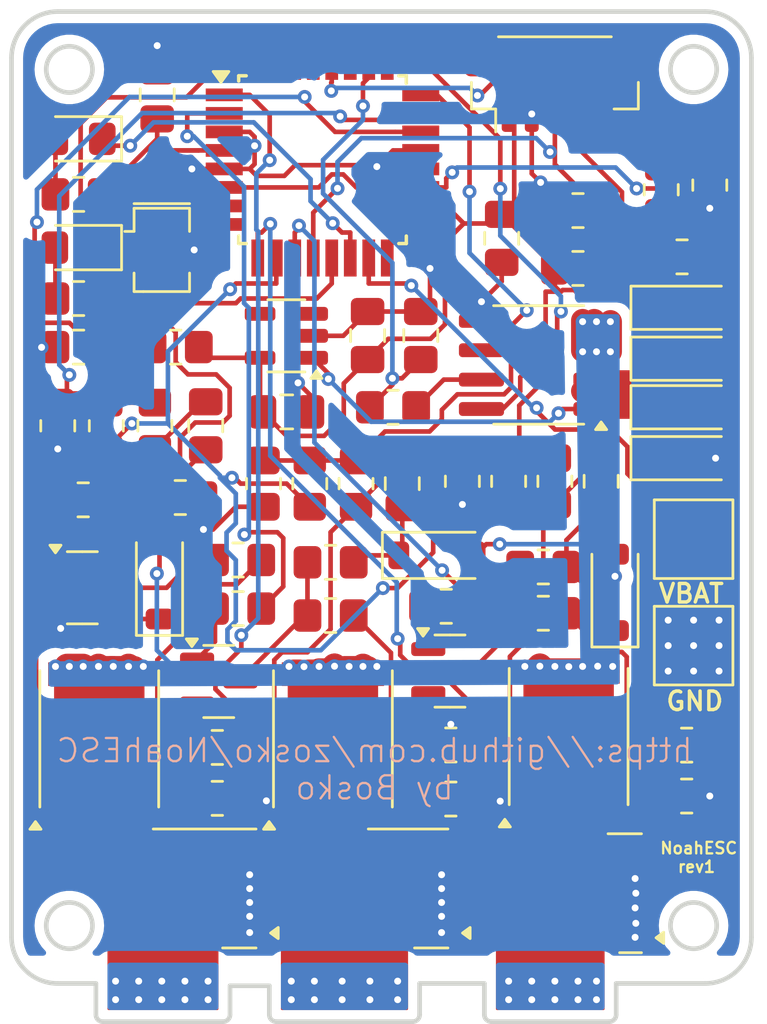
<source format=kicad_pcb>
(kicad_pcb (version 20240108) (generator "pcbnew") (generator_version "8.0")
  (layers (0 "F.Cu" signal) (31 "B.Cu" signal) (34 "B.Paste" user) (35 "F.Paste" user) (36 "B.SilkS" user "B.Silkscreen") (37 "F.SilkS" user "F.Silkscreen") (38 "B.Mask" user) (39 "F.Mask" user) (44 "Edge.Cuts" user))
  (net 0 "")
  (net 1 "GND")
  (net 3 "5V")
  (net 4 "CURRENT_ADC")
  (net 5 "VBAT+")
  (net 6 "PHASE_A")
  (net 7 "Net-(D3-K)")
  (net 8 "PHASE_B")
  (net 9 "Net-(D4-K)")
  (net 10 "PHASE_C")
  (net 11 "Net-(D5-K)")
  (net 12 "LED_STATUS")
  (net 13 "Net-(D1-A)")
  (net 14 "Net-(D2-A)")
  (net 15 "VBAT")
  (net 16 "PWM")
  (net 17 "SDA")
  (net 18 "SCL")
  (net 19 "GATE_AL")
  (net 20 "GATE_CH")
  (net 21 "GATE_CL")
  (net 22 "GATE_BH")
  (net 23 "GATE_BL")
  (net 24 "Net-(Q7-B)")
  (net 25 "Net-(Q7-C)")
  (net 26 "Net-(Q8-B)")
  (net 27 "Net-(Q8-C)")
  (net 28 "Net-(Q9-B)")
  (net 29 "Net-(Q9-C)")
  (net 30 "GATE_AH")
  (net 31 "LED_WARN")
  (net 32 "Net-(U2-VIOUT)")
  (net 33 "VBAT_ADC")
  (net 34 "TEMP_ADC")
  (net 35 "SENSE_A")
  (net 36 "CENTER")
  (net 37 "SENSE_B")
  (net 38 "SENSE_C")
  (net 39 "PWM_AL")
  (net 40 "PWM_AH")
  (net 41 "PWM_BH")
  (net 42 "PWM_BL")
  (net 43 "PWM_CH")
  (net 44 "PWM_CL")
  (net 45 "Net-(U1-PB6{slash}XTAL1)")
  (net 46 "Net-(U1-PB7{slash}XTAL2)")
  (footprint "Resistor_SMD:R_0805_2012Metric_Pad1.20x1.40mm_HandSolder" (layer "F.Cu") (at 103.8 74.8 180)
    (property "Reference" "R10" (hide yes))
    (property "Value" "3.3K")
  )
  (footprint "Package_SO:PowerPAK_SO-8_Single" (layer "F.Cu") (at 121 98.4 180)
    (property "Reference" "Q3" (hide yes))
    (property "Value" "SiR158DP")
  )
  (footprint "Resistor_SMD:R_0805_2012Metric_Pad1.20x1.40mm_HandSolder" (layer "F.Cu") (at 110.5 86.4 180)
    (property "Reference" "R29" (hide yes))
    (property "Value" "100")
  )
  (footprint "Resistor_SMD:R_0805_2012Metric_Pad1.20x1.40mm_HandSolder" (layer "F.Cu") (at 125.9 92)
    (property "Reference" "R31" (hide yes))
    (property "Value" "100")
  )
  (footprint "LED_SMD:LED_0805_2012Metric_Pad1.15x1.40mm_HandSolder" (layer "F.Cu") (at 99.6 65.8 180)
    (property "Reference" "D1" (hide yes))
    (property "Value" "BLUE")
  )
  (footprint "Resistor_SMD:R_0805_2012Metric_Pad1.20x1.40mm_HandSolder" (layer "F.Cu") (at 110.5 84.1 180)
    (property "Reference" "R28" (hide yes))
    (property "Value" "2.2K")
  )
  (footprint "Resistor_SMD:R_0805_2012Metric_Pad1.20x1.40mm_HandSolder" (layer "F.Cu") (at 115.7 94.33)
    (property "Reference" "R27" (hide yes))
    (property "Value" "10K")
  )
  (footprint "Resistor_SMD:R_0805_2012Metric_Pad1.20x1.40mm_HandSolder" (layer "F.Cu") (at 99.6 68.2 180)
    (property "Reference" "R5" (hide yes))
    (property "Value" "1K")
  )
  (footprint "Crystal:Resonator_SMD_Murata_CSTxExxV-3Pin_3.0x1.1mm" (layer "F.Cu") (at 103.2 70.6 -90)
    (property "Reference" "Y1" (hide yes))
    (property "Value" "16Mhz")
  )
  (footprint "Resistor_SMD:R_0805_2012Metric_Pad1.20x1.40mm_HandSolder" (layer "F.Cu") (at 107.6 80.7 -90)
    (property "Reference" "R18" (hide yes))
    (property "Value" "4.7K")
  )
  (footprint "Resistor_SMD:R_0805_2012Metric_Pad1.20x1.40mm_HandSolder" (layer "F.Cu") (at 116.2 80.6 -90)
    (property "Reference" "R19" (hide yes))
    (property "Value" "4.7K")
  )
  (footprint "Resistor_SMD:R_0805_2012Metric_Pad1.20x1.40mm_HandSolder" (layer "F.Cu") (at 102.9 78.2 90)
    (property "Reference" "R14" (hide yes))
    (property "Value" "47K")
  )
  (footprint "Resistor_SMD:R_0805_2012Metric_Pad1.20x1.40mm_HandSolder" (layer "F.Cu") (at 126.9 67.8 90)
    (property "Reference" "R8" (hide yes))
    (property "Value" "3.3K")
  )
  (footprint "Capacitor_SMD:C_0805_2012Metric_Pad1.18x1.45mm_HandSolder" (layer "F.Cu") (at 112.1 74.3 90)
    (property "Reference" "C4" (hide yes))
    (property "Value" "0.1uF")
  )
  (footprint "Package_TO_SOT_SMD:SOT-23" (layer "F.Cu") (at 115.6625 88.8)
    (property "Reference" "Q9" (hide yes))
    (property "Value" "BC817")
  )
  (footprint "Package_TO_SOT_SMD:SOT-23" (layer "F.Cu") (at 99.7625 85.2)
    (property "Reference" "Q7" (hide yes))
    (property "Value" "BC817")
  )
  (footprint "Diode_SMD:D_SOD-123" (layer "F.Cu") (at 122.8 85.4 90)
    (property "Reference" "D5" (hide yes))
    (property "Value" "1N4148W")
  )
  (footprint "Package_SO:PowerPAK_SO-8_Single" (layer "F.Cu") (at 120.795 91.63 90)
    (property "Reference" "Q2" (hide yes))
    (property "Value" "SiR158DP")
  )
  (footprint "TestPoint:TestPoint_Pad_3.0x3.0mm" (layer "F.Cu") (at 126.2 87.7)
    (property "Reference" "J2" (hide yes))
    (property "Value" "GND")
  )
  (footprint "Resistor_SMD:R_0805_2012Metric_Pad1.20x1.40mm_HandSolder" (layer "F.Cu") (at 118.2 80.6 -90)
    (property "Reference" "R13" (hide yes))
    (property "Value" "47K")
  )
  (footprint "LED_SMD:LED_0805_2012Metric_Pad1.15x1.40mm_HandSolder" (layer "F.Cu") (at 99.6 70.5 180)
    (property "Reference" "D2" (hide yes))
    (property "Value" "RED")
  )
  (footprint "Resistor_SMD:R_0805_2012Metric_Pad1.20x1.40mm_HandSolder" (layer "F.Cu") (at 120.2 80.6 90)
    (property "Reference" "R16" (hide yes))
    (property "Value" "47K")
  )
  (footprint "Capacitor_Tantalum_SMD:CP_EIA-3216-10_Kemet-I" (layer "F.Cu") (at 125.8 79.6)
    (property "Reference" "C6" (hide yes))
    (property "Value" "100uF")
  )
  (footprint "Resistor_SMD:R_0805_2012Metric_Pad1.20x1.40mm_HandSolder" (layer "F.Cu") (at 105.6 94.3)
    (property "Reference" "R21" (hide yes))
    (property "Value" "10K")
  )
  (footprint "Capacitor_SMD:C_0805_2012Metric_Pad1.18x1.45mm_HandSolder" (layer "F.Cu") (at 105.1 78.2 -90)
    (property "Reference" "C11" (hide yes))
    (property "Value" "1uF")
  )
  (footprint "Package_TO_SOT_SMD:SOT-23-5" (layer "F.Cu") (at 108.5875 74.3125 180)
    (property "Reference" "U3" (hide yes))
    (property "Value" "TPS709")
  )
  (footprint "Package_SO:SOIC-8_3.9x4.9mm_P1.27mm" (layer "F.Cu") (at 119.5 75.57 180)
    (property "Reference" "U2" (hide yes))
    (property "Value" "ACS7122")
  )
  (footprint "Capacitor_SMD:C_0805_2012Metric_Pad1.18x1.45mm_HandSolder" (layer "F.Cu") (at 122.2 80.6 -90)
    (property "Reference" "C13" (hide yes))
    (property "Value" "1uF")
  )
  (footprint "Diode_SMD:D_SOD-123" (layer "F.Cu") (at 115.1 83.8)
    (property "Reference" "D4" (hide yes))
    (property "Value" "1N4148W")
  )
  (footprint "Capacitor_Tantalum_SMD:CP_EIA-3216-10_Kemet-I" (layer "F.Cu") (at 125.8 77.4)
    (property "Reference" "C7" (hide yes))
    (property "Value" "100uF")
  )
  (footprint "Package_QFP:TQFP-32_7x7mm_P0.8mm" (layer "F.Cu") (at 110.15 66.7)
    (property "Reference" "U1" (hide yes))
    (property "Value" "ATmega8A-A")
  )
  (footprint "Resistor_SMD:R_0805_2012Metric_Pad1.20x1.40mm_HandSolder" (layer "F.Cu") (at 106.5 84 180)
    (property "Reference" "R23" (hide yes))
    (property "Value" "100")
  )
  (footprint "Resistor_SMD:R_0805_2012Metric_Pad1.20x1.40mm_HandSolder" (layer "F.Cu") (at 113.2 77.4 180)
    (property "Reference" "R7" (hide yes))
    (property "Value" "47K")
  )
  (footprint "Resistor_SMD:R_0805_2012Metric_Pad1.20x1.40mm_HandSolder" (layer "F.Cu") (at 115.7 91.9925)
    (property "Reference" "R26" (hide yes))
    (property "Value" "100")
  )
  (footprint "Capacitor_SMD:C_0805_2012Metric_Pad1.18x1.45mm_HandSolder" (layer "F.Cu") (at 114.4 74.3 -90)
    (property "Reference" "C5" (hide yes))
    (property "Value" "1uF")
  )
  (footprint "Capacitor_SMD:C_0805_2012Metric_Pad1.18x1.45mm_HandSolder" (layer "F.Cu") (at 103 63.9 90)
    (property "Reference" "C2" (hide yes))
    (property "Value" "0.1uF")
  )
  (footprint "Resistor_SMD:R_0805_2012Metric_Pad1.20x1.40mm_HandSolder" (layer "F.Cu") (at 119.7 84.3 180)
    (property "Reference" "R33" (hide yes))
    (property "Value" "2.2K")
  )
  (footprint "Resistor_SMD:R_0805_2012Metric_Pad1.20x1.40mm_HandSolder" (layer "F.Cu") (at 99.8 81.4)
    (property "Reference" "R22" (hide yes))
    (property "Value" "4.7K")
  )
  (footprint "Resistor_SMD:R_0805_2012Metric_Pad1.20x1.40mm_HandSolder" (layer "F.Cu") (at 109.6 80.7 -90)
    (property "Reference" "R12" (hide yes))
    (property "Value" "47K")
  )
  (footprint "Capacitor_Tantalum_SMD:CP_EIA-3216-10_Kemet-I" (layer "F.Cu") (at 125.8 73.1)
    (property "Reference" "C9" (hide yes))
    (property "Value" "100uF")
  )
  (footprint "Resistor_SMD:R_0805_2012Metric_Pad1.20x1.40mm_HandSolder" (layer "F.Cu") (at 106.5 86.1)
    (property "Reference" "R25" (hide yes))
    (property "Value" "4.7K")
  )
  (footprint "Resistor_SMD:R_0805_2012Metric_Pad1.20x1.40mm_HandSolder" (layer "F.Cu") (at 100.8 78.2 -90)
    (property "Reference" "R11" (hide yes))
    (property "Value" "47K")
  )
  (footprint "Resistor_SMD:R_0805_2012Metric_Pad1.20x1.40mm_HandSolder" (layer "F.Cu") (at 121.2 68.9 180)
    (property "Reference" "R4" (hide yes))
    (property "Value" "470K")
  )
  (footprint "Diode_SMD:D_SOD-123" (layer "F.Cu") (at 103.1 84.9 90)
    (property "Reference" "D3" (hide yes))
    (property "Value" "1N4148W")
  )
  (footprint "Package_SO:PowerPAK_SO-8_Single" (layer "F.Cu") (at 110.6 91.73 90)
    (property "Reference" "Q4" (hide yes))
    (property "Value" "SiR158DP")
  )
  (footprint "Resistor_SMD:R_0805_2012Metric_Pad1.20x1.40mm_HandSolder" (layer "F.Cu") (at 115.5 86)
    (property "Reference" "R30" (hide yes))
    (property "Value" "4.7K")
  )
  (footprint "Capacitor_SMD:C_0805_2012Metric_Pad1.18x1.45mm_HandSolder" (layer "F.Cu") (at 113.6 80.7 -90)
    (property "Reference" "C12" (hide yes))
    (property "Value" "1uF")
  )
  (footprint "Resistor_SMD:R_0805_2012Metric_Pad1.20x1.40mm_HandSolder" (layer "F.Cu") (at 125.9 94.2)
    (property "Reference" "R32" (hide yes))
    (property "Value" "10K")
  )
  (footprint "Connector_JST:JST_SH_BM05B-SRSS-TB_1x05-1MP_P1.00mm_Vertical" (layer "F.Cu") (at 120.2 63.4)
    (property "Reference" "J10" (hide yes))
    (property "Value" "Conn_01x05_Pin")
  )
  (footprint "Resistor_SMD:R_0805_2012Metric_Pad1.20x1.40mm_HandSolder" (layer "F.Cu") (at 99.6 72.7 180)
    (property "Reference" "R6" (hide yes))
    (property "Value" "4.7K")
  )
  (footprint "Resistor_SMD:R_0805_2012Metric_Pad1.20x1.40mm_HandSolder" (layer "F.Cu") (at 105.6 92.1)
    (property "Reference" "R20" (hide yes))
    (property "Value" "100")
  )
  (footprint "Resistor_SMD:R_0805_2012Metric_Pad1.20x1.40mm_HandSolder" (layer "F.Cu") (at 99.6 74.8 180)
    (property "Reference" "TH1" (hide yes))
    (property "Value" "10K")
  )
  (footprint "Capacitor_SMD:C_0805_2012Metric_Pad1.18x1.45mm_HandSolder" (layer "F.Cu") (at 108.6 77.6 180)
    (property "Reference" "C10" (hide yes))
    (property "Value" "1uF")
  )
  (footprint "Package_SO:PowerPAK_SO-8_Single" (layer "F.Cu") (at 104.33 98.195 180)
    (property "Reference" "Q1" (hide yes))
    (property "Value" "SiR158DP")
  )
  (footprint "Resistor_SMD:R_0805_2012Metric_Pad1.20x1.40mm_HandSolder" (layer "F.Cu") (at 124.8 68 -90)
    (property "Reference" "R2" (hide yes))
    (property "Value" "10K")
  )
  (footprint "Resistor_SMD:R_0805_2012Metric_Pad1.20x1.40mm_HandSolder" (layer "F.Cu") (at 119.7 86.3 180)
    (property "Reference" "R34" (hide yes))
    (property "Value" "100")
  )
  (footprint "Capacitor_SMD:C_0805_2012Metric_Pad1.18x1.45mm_HandSolder" (layer "F.Cu") (at 117.9 70.1 -90)
    (property "Reference" "C3" (hide yes))
    (property "Value" "0.1uF")
  )
  (footprint "Resistor_SMD:R_0805_2012Metric_Pad1.20x1.40mm_HandSolder" (layer "F.Cu") (at 104 81.3)
    (property "Reference" "R24" (hide yes))
    (property "Value" "2.2K")
  )
  (footprint "Capacitor_Tantalum_SMD:CP_EIA-3216-10_Kemet-I" (layer "F.Cu") (at 125.8 75.3)
    (property "Reference" "C8" (hide yes))
    (property "Value" "100uF")
  )
  (footprint "Resistor_SMD:R_0805_2012Metric_Pad1.20x1.40mm_HandSolder" (layer "F.Cu") (at 121.2 71.4 180)
    (property "Reference" "R3" (hide yes))
    (property "Value" "10K")
  )
  (footprint "Package_SO:PowerPAK_SO-8_Single" (layer "F.Cu") (at 100.495 91.73 90)
    (property "Reference" "Q10" (hide yes))
    (property "Value" "SiR158DP")
  )
  (footprint "Package_SO:PowerPAK_SO-8_Single" (layer "F.Cu") (at 112.63 98.195 180)
    (property "Reference" "Q5" (hide yes))
    (property "Value" "SiR158DP")
  )
  (footprint "Resistor_SMD:R_0805_2012Metric_Pad1.20x1.40mm_HandSolder" (layer "F.Cu") (at 125.7 70.9)
    (property "Reference" "R9" (hide yes))
    (property "Value" "18K")
  )
  (footprint "Resistor_SMD:R_0805_2012Metric_Pad1.20x1.40mm_HandSolder" (layer "F.Cu") (at 98.7 78.2 -90)
    (property "Reference" "R17" (hide yes))
    (property "Value" "4.7K")
  )
  (footprint "Resistor_SMD:R_0805_2012Metric_Pad1.20x1.40mm_HandSolder" (layer "F.Cu") (at 111.6 80.7 90)
    (property "Reference" "R15" (hide yes))
    (property "Value" "47K")
  )
  (footprint "Package_TO_SOT_SMD:SOT-23" (layer "F.Cu") (at 105.6625 89.25)
    (property "Reference" "Q8" (hide yes))
    (property "Value" "BC817")
  )
  (footprint "TestPoint:TestPoint_Pad_3.0x3.0mm" (layer "F.Cu") (at 126.2 83.1)
    (property "Reference" "J1" (hide yes))
    (property "Value" "VBAT")
  )
  (gr_poly (pts (xy 121.7 93.6) (xy 118.6 93.6) (xy 118.6 96.2) (xy 117.7 96.2) (xy 117.7 103.4) (xy 122.3 103.4) (xy 122.3 96.2) (xy 121.7 96.2)) (stroke (width 0.1)) (fill solid) (layer "F.Cu") (net 10))
  (gr_poly (pts (xy 111.5 93.6) (xy 108.4 93.6) (xy 108.4 96.2) (xy 108.4 96.2) (xy 108.4 103.4) (xy 113.8 103.4) (xy 113.8 96.2) (xy 111.5 96.2)) (stroke (width 0.1)) (fill solid) (layer "F.Cu") (net 8))
  (gr_poly (pts (xy 101.6 93.6) (xy 98.2 93.6) (xy 98.2 98.1) (xy 100.9 98.1) (xy 100.9 103.4) (xy 105.6 103.4) (xy 105.6 96.2) (xy 101.6 96.2)) (stroke (width 0.1)) (fill solid) (layer "F.Cu") (net 6))
  (gr_line (start 117.45 103.95) (end 122.55 103.95) (stroke (width 0.2)) (layer "Edge.Cuts"))
  (gr_arc (start 100.65 103.95) (mid 100.437868 103.862132) (end 100.35 103.65) (stroke (width 0.2)) (layer "Edge.Cuts"))
  (gr_arc (start 126.7 60.3) (mid 128.114241 60.885759) (end 128.7 62.3) (stroke (width 0.2)) (layer "Edge.Cuts"))
  (gr_line (start 114.35 102.3) (end 117.15 102.3) (stroke (width 0.2)) (layer "Edge.Cuts"))
  (gr_circle (center 99.2 62.8) (end 100.2 62.8) (stroke (width 0.2)) (fill none) (layer "Edge.Cuts"))
  (gr_arc (start 96.7 62.3) (mid 97.285802 60.885802) (end 98.7 60.3) (stroke (width 0.2)) (layer "Edge.Cuts"))
  (gr_arc (start 106.15 103.65) (mid 106.062132 103.862132) (end 105.85 103.95) (stroke (width 0.2)) (layer "Edge.Cuts"))
  (gr_line (start 108.15 103.95) (end 114.05 103.95) (stroke (width 0.2)) (layer "Edge.Cuts"))
  (gr_arc (start 108.15 103.95) (mid 107.937868 103.862132) (end 107.85 103.65) (stroke (width 0.2)) (layer "Edge.Cuts"))
  (gr_circle (center 126.2 99.8) (end 127.2 99.8) (stroke (width 0.2)) (fill none) (layer "Edge.Cuts"))
  (gr_line (start 100.65 103.95) (end 105.85 103.95) (stroke (width 0.2)) (layer "Edge.Cuts"))
  (gr_line (start 106.15 103.65) (end 106.15 102.4) (stroke (width 0.2)) (layer "Edge.Cuts"))
  (gr_line (start 107.85 102.4) (end 107.85 103.65) (stroke (width 0.2)) (layer "Edge.Cuts"))
  (gr_arc (start 117.45 103.95) (mid 117.237868 103.862132) (end 117.15 103.65) (stroke (width 0.2)) (layer "Edge.Cuts"))
  (gr_line (start 122.85 102.3) (end 126.7 102.3) (stroke (width 0.2)) (layer "Edge.Cuts"))
  (gr_circle (center 126.2 62.8) (end 127.2 62.8) (stroke (width 0.2)) (fill none) (layer "Edge.Cuts"))
  (gr_line (start 117.15 102.3) (end 117.15 103.65) (stroke (width 0.2)) (layer "Edge.Cuts"))
  (gr_line (start 100.35 102.3) (end 100.35 103.65) (stroke (width 0.2)) (layer "Edge.Cuts"))
  (gr_arc (start 114.35 103.65) (mid 114.262132 103.862132) (end 114.05 103.95) (stroke (width 0.2)) (layer "Edge.Cuts"))
  (gr_line (start 122.85 103.65) (end 122.85 102.3) (stroke (width 0.2)) (layer "Edge.Cuts"))
  (gr_line (start 114.35 103.65) (end 114.35 102.3) (stroke (width 0.2)) (layer "Edge.Cuts"))
  (gr_line (start 96.7 62.3) (end 96.7 100.3) (stroke (width 0.2)) (layer "Edge.Cuts"))
  (gr_arc (start 128.7 100.3) (mid 128.114229 101.714229) (end 126.7 102.3) (stroke (width 0.2)) (layer "Edge.Cuts"))
  (gr_arc (start 98.7 102.3) (mid 97.285784 101.714216) (end 96.7 100.3) (stroke (width 0.2)) (layer "Edge.Cuts"))
  (gr_line (start 126.7 60.3) (end 98.7 60.3) (stroke (width 0.2)) (layer "Edge.Cuts"))
  (gr_arc (start 122.85 103.65) (mid 122.762132 103.862132) (end 122.55 103.95) (stroke (width 0.2)) (layer "Edge.Cuts"))
  (gr_line (start 106.15 102.4) (end 107.85 102.4) (stroke (width 0.2)) (layer "Edge.Cuts"))
  (gr_line (start 128.7 100.3) (end 128.7 62.3) (stroke (width 0.2)) (layer "Edge.Cuts"))
  (gr_line (start 98.7 102.3) (end 100.35 102.3) (stroke (width 0.2)) (layer "Edge.Cuts"))
  (gr_circle (center 99.2 99.8) (end 100.2 99.8) (stroke (width 0.2)) (fill none) (layer "Edge.Cuts"))
  (gr_text "https://github.com/zosko/NoahESC\nby Bosko" (at 112.4 91.65 -0) (layer "B.SilkS") (effects (font (size 1 1) (thickness 0.1)) (justify top mirror)))
  (gr_text "NoahESC\n  rev1" (at 124.7 97.55 0) (layer "F.SilkS") (effects (font (size 0.5 0.5) (thickness 0.1) (bold yes)) (justify left bottom)))
  (segment (start 107.2127 66.1) (end 107.2127 65.711) (width 0.2) (layer "F.Cu") (net 1))
  (segment (start 123.7 99.7) (end 123.67 99.73) (width 1.2) (layer "F.Cu") (net 1))
  (segment (start 105.6 93.3) (end 105.6 91.075) (width 0.2) (layer "F.Cu") (net 1))
  (segment (start 109.6375 76.8905) (end 109.0912 76.3442) (width 0.2) (layer "F.Cu") (net 1))
  (segment (start 114.8 72.8625) (end 114.8 71.4) (width 0.2) (layer "F.Cu") (net 1))
  (segment (start 107.2127 65.711) (end 107.0017 65.5) (width 0.2) (layer "F.Cu") (net 1))
  (segment (start 112.5 67) (end 112.4378 66.9378) (width 0.2) (layer "F.Cu") (net 1))
  (segment (start 123.67 99.035) (end 123.67 99.67) (width 1.2) (layer "F.Cu") (net 1))
  (segment (start 108.5 67.4) (end 107.3017 67.4) (width 0.2) (layer "F.Cu") (net 1))
  (segment (start 127.15 77.4) (end 127.15 75.3) (width 1.3) (layer "F.Cu") (net 1))
  (segment (start 115.3 98.2) (end 115.3 98.935) (width 1.2) (layer "F.Cu") (net 1))
  (segment (start 107 98.2) (end 107 98.935) (width 1.2) (layer "F.Cu") (net 1))
  (segment (start 109.0912 76.3442) (end 108.7403 75.9933) (width 0.2) (layer "F.Cu") (net 1))
  (segment (start 114.725 90.125) (end 115.7 91.1) (width 0.2) (layer "F.Cu") (net 1))
  (segment (start 103 62.8625) (end 103 61.7715) (width 0.2) (layer "F.Cu") (net 1))
  (segment (start 107 98.865) (end 107 99.4) (width 1.2) (layer "F.Cu") (net 1))
  (segment (start 105.6 91.075) (end 104.725 90.2) (width 0.2) (layer "F.Cu") (net 1))
  (segment (start 123.67 98.37) (end 123.7 98.4) (width 1.2) (layer "F.Cu") (net 1))
  (segment (start 115.3 97.6) (end 115.4171 97.56) (width 0.2) (layer "F.Cu") (net 1))
  (segment (start 116.7918 94.4218) (end 116.7 94.33) (width 0.2) (layer "F.Cu") (net 1))
  (segment (start 109.3308 74.3125) (end 109.725 74.3125) (width 0.2) (layer "F.Cu") (net 1))
  (segment (start 112.4378 66.9378) (end 108.9622 66.9378) (width 0.2) (layer "F.Cu") (net 1))
  (segment (start 103.2 70.6) (end 100.725 70.6) (width 0.2) (layer "F.Cu") (net 1))
  (segment (start 107.0017 65.5) (end 105.9 65.5) (width 0.2) (layer "F.Cu") (net 1))
  (segment (start 107 97.665) (end 107 98.2) (width 1.2) (layer "F.Cu") (net 1))
  (segment (start 123.67 98.43) (end 123.67 99.035) (width 1.2) (layer "F.Cu") (net 1))
  (segment (start 107 97.56) (end 107 97.6) (width 0.2) (layer "F.Cu") (net 1))
  (segment (start 127.15 75.3) (end 127.15 73.1) (width 1.3) (layer "F.Cu") (net 1))
  (segment (start 98 74.8099) (end 98.5901 74.8099) (width 0.2) (layer "F.Cu") (net 1))
  (segment (start 114.725 89.75) (end 114.725 90.125) (width 0.2) (layer "F.Cu") (net 1))
  (segment (start 117.025 72.8381) (end 117.9 71.9631) (width 0.2) (layer "F.Cu") (net 1))
  (segment (start 107 100.1) (end 106.9271 100.1) (width 0.2) (layer "F.Cu") (net 1))
  (segment (start 114.4 66.3) (end 113.2 66.3) (width 0.2) (layer "F.Cu") (net 1))
  (segment (start 111.05 74.3125) (end 109.725 74.3125) (width 0.2) (layer "F.Cu") (net 1))
  (segment (start 119.2 64.725) (end 119.2 67.3015) (width 0.2) (layer "F.Cu") (net 1))
  (segment (start 117.8351 94.4218) (end 116.7918 94.4218) (width 0.2) (layer "F.Cu") (net 1))
  (segment (start 127.15 79.6) (end 127.15 77.4) (width 1.3) (layer "F.Cu") (net 1))
  (segment (start 98.825 86.15) (end 98.825 86.9559) (width 0.2) (layer "F.Cu") (net 1))
  (segment (start 105.9 67.1) (end 104.5 67.1) (width 0.2) (layer "F.Cu") (net 1))
  (segment (start 109.6375 77.6) (end 109.6375 76.8905) (width 0.2) (layer "F.Cu") (net 1))
  (segment (start 115.3 97.665) (end 115.3 98.2) (width 1.2) (layer "F.Cu") (net 1))
  (segment (start 112.1 73.2625) (end 111.05 74.3125) (width 0.2) (layer "F.Cu") (net 1))
  (segment (start 120.2 68.3015) (end 119.582 67.6835) (width 0.2) (layer "F.Cu") (net 1))
  (segment (start 100.725 70.6) (end 100.625 70.5) (width 0.2) (layer "F.Cu") (net 1))
  (segment (start 107.209707 81.309707) (end 107.6 81.7) (width 0.2) (layer "F.Cu") (net 1))
  (segment (start 120.2 68.9) (end 120.2 68.3015) (width 0.2) (layer "F.Cu") (net 1))
  (segment (start 98.5901 74.8099) (end 98.6 74.8) (width 0.2) (layer "F.Cu") (net 1))
  (segment (start 123.7 98.4) (end 123.67 98.43) (width 1.2) (layer "F.Cu") (net 1))
  (segment (start 107.3017 67.4) (end 107.0017 67.1) (width 0.2) (layer "F.Cu") (net 1))
  (segment (start 105 82.679835) (end 105.420165 82.679835) (width 0.2) (layer "F.Cu") (net 1))
  (segment (start 103.2 70.6) (end 104.6 70.6) (width 0.2) (layer "F.Cu") (net 1))
  (segment (start 123.67 99.67) (end 123.7 99.7) (width 1.2) (layer "F.Cu") (net 1))
  (segment (start 115.3 97.56) (end 115.3 97.6) (width 0.2) (layer "F.Cu") (net 1))
  (segment (start 113.2 66.3) (end 112.5 67) (width 0.2) (layer "F.Cu") (net 1))
  (segment (start 108.7403 75.9933) (end 108.7403 74.903) (width 0.2) (layer "F.Cu") (net 1))
  (segment (start 107.0017 67.1) (end 105.9 67.1) (width 0.2) (layer "F.Cu") (net 1))
  (segment (start 117.9 71.9631) (end 117.9 71.1375) (width 0.2) (layer "F.Cu") (net 1))
  (segment (start 115.3 98.8) (end 115.7684 98.83) (width 0.2) (layer "F.Cu") (net 1))
  (segment (start 108.7403 74.903) (end 109.3308 74.3125) (width 0.2) (layer "F.Cu") (net 1))
  (segment (start 107 99.4) (end 107 100.135) (width 1.2) (layer "F.Cu") (net 1))
  (segment (start 106.7068 94.4068) (end 106.6 94.3) (width 0.2) (layer "F.Cu") (net 1))
  (segment (start 117.025 73.665) (end 117.025 72.8381) (width 0.2) (layer "F.Cu") (net 1))
  (segment (start 114.4 73.2625) (end 114.8 72.8625) (width 0.2) (layer "F.Cu") (net 1))
  (segment (start 115.3 98.865) (end 115.3 99.4) (width 1.2) (layer "F.Cu") (net 1))
  (segment (start 123.67 97.765) (end 123.67 98.37) (width 1.2) (layer "F.Cu") (net 1))
  (segment (start 115.3 98.83) (end 115.3 98.8) (width 0.2) (layer "F.Cu") (net 1))
  (segment (start 107 98.83) (end 107 98.8) (width 0.2) (layer "F.Cu") (net 1))
  (segment (start 106.6 94.3) (end 105.6 93.3) (width 0.2) (layer "F.Cu") (net 1))
  (segment (start 106.4 81.7) (end 107.6 81.7) (width 0.2) (layer "F.Cu") (net 1))
  (segment (start 107.7223 94.4068) (end 106.7068 94.4068) (width 0.2) (layer "F.Cu") (net 1))
  (segment (start 123.67 99.73) (end 123.67 100.305) (width 1.2) (layer "F.Cu") (net 1))
  (segment (start 108.9622 66.9378) (end 108.5 67.4) (width 0.2) (layer "F.Cu") (net 1))
  (segment (start 115.3 99.4) (end 115.3 100.135) (width 1.2) (layer "F.Cu") (net 1))
  (segment (start 105.420165 82.679835) (end 106.4 81.7) (width 0.2) (layer "F.Cu") (net 1))
  (segment (start 114.4 73.2625) (end 112.1 73.2625) (width 0.2) (layer "F.Cu") (net 1))
  (segment (start 107.2127 66.889) (end 107.0017 67.1) (width 0.2) (layer "F.Cu") (net 1))
  (segment (start 107.2127 66.1) (end 107.2127 66.889) (width 0.2) (layer "F.Cu") (net 1))
  (segment (start 119.2 67.3015) (end 119.582 67.6835) (width 0.2) (layer "F.Cu") (net 1))
  (via (at 116.2 81.6) (size 0.6) (drill 0.3) (layers "F.Cu" "B.Cu") (net 1))
  (via (at 126.2 87.7) (size 0.6) (drill 0.3) (layers "F.Cu" "B.Cu") (net 1))
  (via (at 98 74.8099) (size 0.6) (drill 0.3) (layers "F.Cu" "B.Cu") (net 1))
  (via (at 109.0912 76.3442) (size 0.6) (drill 0.3) (layers "F.Cu" "B.Cu") (net 1))
  (via (at 126.2 88.8) (size 0.6) (drill 0.3) (layers "F.Cu" "B.Cu") (net 1))
  (via (at 119.2 64.725) (size 0.6) (drill 0.3) (layers "F.Cu" "B.Cu") (net 1))
  (via (at 127.3 86.6) (size 0.6) (drill 0.3) (layers "F.Cu" "B.Cu") (net 1))
  (via (at 123.7 99.7) (size 0.6) (drill 0.3) (layers "F.Cu" "B.Cu") (net 1))
  (via (at 126.9 68.8) (size 0.6) (drill 0.3) (layers "F.Cu" "B.Cu") (net 1))
  (via (at 98.7 79.2) (size 0.6) (drill 0.3) (layers "F.Cu" "B.Cu") (net 1))
  (via (at 107 98.2) (size 0.6) (drill 0.3) (layers "F.Cu" "B.Cu") (net 1))
  (via (at 115.3 99.4) (size 0.6) (drill 0.3) (layers "F.Cu" "B.Cu") (net 1))
  (via (at 103 61.7715) (size 0.6) (drill 0.3) (layers "F.Cu" "B.Cu") (net 1))
  (via (at 107.7223 94.4068) (size 0.6) (drill 0.3) (layers "F.Cu" "B.Cu") (net 1))
  (via (at 104.5 67.1) (size 0.6) (drill 0.3) (layers "F.Cu" "B.Cu") (net 1))
  (via (at 126.2 86.6) (size 0.6) (drill 0.3) (layers "F.Cu" "B.Cu") (net 1))
  (via (at 123.7 98.4) (size 0.6) (drill 0.3) (layers "F.Cu" "B.Cu") (net 1))
  (via (at 125.1 87.7) (size 0.6) (drill 0.3) (layers "F.Cu" "B.Cu") (net 1))
  (via (at 115.3 98.2) (size 0.6) (drill 0.3) (layers "F.Cu" "B.Cu") (net 1))
  (via (at 123.67 97.765) (size 0.6) (drill 0.3) (layers "F.Cu" "B.Cu") (net 1))
  (via (at 125.1 88.8) (size 0.6) (drill 0.3) (layers "F.Cu" "B.Cu") (net 1))
  (via (at 117.025 72.8381) (size 0.6) (drill 0.3) (layers "F.Cu" "B.Cu") (net 1))
  (via (at 115.3 97.6) (size 0.6) (drill 0.3) (layers "F.Cu" "B.Cu") (net 1))
  (via (at 115.7 91.1) (size 0.6) (drill 0.3) (layers "F.Cu" "B.Cu") (net 1))
  (via (at 114.8 71.4) (size 0.6) (drill 0.3) (layers "F.Cu" "B.Cu") (net 1))
  (via (at 107 97.6) (size 0.6) (drill 0.3) (layers "F.Cu" "B.Cu") (net 1))
  (via (at 127.15 79.6) (size 0.6) (drill 0.3) (layers "F.Cu" "B.Cu") (net 1))
  (via (at 123.67 100.305) (size 0.6) (drill 0.3) (layers "F.Cu" "B.Cu") (net 1))
  (via (at 123.67 99.035) (size 0.6) (drill 0.3) (layers "F.Cu" "B.Cu") (net 1))
  (via (at 126.9 94.2) (size 0.6) (drill 0.3) (layers "F.Cu" "B.Cu") (net 1))
  (via (at 107.2127 66.1) (size 0.6) (drill 0.3) (layers "F.Cu" "B.Cu") (net 1))
  (via (at 115.3 98.8) (size 0.6) (drill 0.3) (layers "F.Cu" "B.Cu") (net 1))
  (via (at 112.5 67) (size 0.6) (drill 0.3) (layers "F.Cu" "B.Cu") (net 1))
  (via (at 127.3 87.7) (size 0.6) (drill 0.3) (layers "F.Cu" "B.Cu") (net 1))
  (via (at 104.6 70.6) (size 0.6) (drill 0.3) (layers "F.Cu" "B.Cu") (net 1))
  (via (at 107 100.1) (size 0.6) (drill 0.3) (layers "F.Cu" "B.Cu") (net 1))
  (via (at 107 99.4) (size 0.6) (drill 0.3) (layers "F.Cu" "B.Cu") (net 1))
  (via (at 125.1 86.6) (size 0.6) (drill 0.3) (layers "F.Cu" "B.Cu") (net 1))
  (via (at 119.582 67.6835) (size 0.6) (drill 0.3) (layers "F.Cu" "B.Cu") (net 1))
  (via (at 115.3 100.1) (size 0.6) (drill 0.3) (layers "F.Cu" "B.Cu") (net 1))
  (via (at 107 98.8) (size 0.6) (drill 0.3) (layers "F.Cu" "B.Cu") (net 1))
  (via (at 98.825 86.9559) (size 0.6) (drill 0.3) (layers "F.Cu" "B.Cu") (net 1))
  (via (at 117.8351 94.4218) (size 0.6) (drill 0.3) (layers "F.Cu" "B.Cu") (net 1))
  (via (at 127.3 88.8) (size 0.6) (drill 0.3) (layers "F.Cu" "B.Cu") (net 1))
  (via (at 105 82.679835) (size 0.6) (drill 0.3) (layers "F.Cu" "B.Cu") (net 1))
  (segment (start 112.4 68.7) (end 112.1 68.4) (width 0.2) (layer "F.Cu") (net 3))
  (segment (start 103 65.8) (end 103.5 66.3) (width 0.2) (layer "F.Cu") (net 3))
  (segment (start 103.8 67.9) (end 105.9 67.9) (width 0.2) (layer "F.Cu") (net 3))
  (segment (start 111.07 76.3675) (end 112.1 75.3375) (width 0.2) (layer "F.Cu") (net 3))
  (segment (start 119.8 75) (end 119.8 72.4044) (width 0.2) (layer "F.Cu") (net 3))
  (segment (start 111.048629 67.3378) (end 110.551571 67.3378) (width 0.2) (layer "F.Cu") (net 3))
  (segment (start 121.1088 72.4044) (end 122.7872 72.4044) (width 0.2) (layer "F.Cu") (net 3))
  (segment (start 114.4 67.1) (end 113.2983 67.1) (width 0.2) (layer "F.Cu") (net 3))
  (segment (start 107.5625 77.6) (end 108.6 78.6375) (width 0.2) (layer "F.Cu") (net 3))
  (segment (start 120.4258 72.4044) (end 120.4671 72.4044) (width 0.2) (layer "F.Cu") (net 3))
  (segment (start 117.025 77.475) (end 117.9398 77.475) (width 0.2) (layer "F.Cu") (net 3))
  (segment (start 118.2 64.725) (end 118.4412 64.9662) (width 0.2) (layer "F.Cu") (net 3))
  (segment (start 111.610829 67.9) (end 111.048629 67.3378) (width 0.2) (layer "F.Cu") (net 3))
  (segment (start 105.9 66.3) (end 104.7983 66.3) (width 0.2) (layer "F.Cu") (net 3))
  (segment (start 110.2188 78.6375) (end 111.07 77.7863) (width 0.2) (layer "F.Cu") (net 3))
  (segment (start 112.1 75.3375) (end 112.996 74.4415) (width 0.2) (layer "F.Cu") (net 3))
  (segment (start 107.45 77.4875) (end 107.5625 77.6) (width 0.2) (layer "F.Cu") (net 3))
  (segment (start 112.4983 67.9) (end 112.1 67.9) (width 0.2) (layer "F.Cu") (net 3))
  (segment (start 118.4412 64.9662) (end 118.4412 68.5213) (width 0.2) (layer "F.Cu") (net 3))
  (segment (start 123.5093 71.6823) (end 123.5093 70.2907) (width 0.2) (layer "F.Cu") (net 3))
  (segment (start 117.9398 77.475) (end 118.7023 76.7125) (width 0.2) (layer "F.Cu") (net 3))
  (segment (start 114.8218 74.4415) (end 115.4461 73.8172) (width 0.2) (layer "F.Cu") (net 3))
  (segment (start 117.5041 69.4584) (end 117.9 69.0625) (width 0.2) (layer "F.Cu") (net 3))
  (segment (start 112.4 68.7) (end 114.4 68.7) (width 0.2) (layer "F.Cu") (net 3))
  (segment (start 110.551571 67.3378) (end 109.989371 67.9) (width 0.2) (layer "F.Cu") (net 3))
  (segment (start 119.8 72.4044) (end 120.4258 72.4044) (width 0.2) (layer "F.Cu") (net 3))
  (segment (start 109.989371 67.9) (end 105.9 67.9) (width 0.2) (layer "F.Cu") (net 3))
  (segment (start 103.8 66.3) (end 103.8 67.9) (width 0.2) (layer "F.Cu") (net 3))
  (segment (start 120.4671 72.4044) (end 120.5388 72.3327) (width 0.2) (layer "F.Cu") (net 3))
  (segment (start 118.4412 68.5213) (end 117.9 69.0625) (width 0.2) (layer "F.Cu") (net 3))
  (segment (start 115.4461 70.2724) (end 116.2601 69.4584) (width 0.2) (layer "F.Cu") (net 3))
  (segment (start 114.4 68.7) (end 115.5017 68.7) (width 0.2) (layer "F.Cu") (net 3))
  (segment (start 112.1 68.4) (end 112.1 67.9) (width 0.2) (layer "F.Cu") (net 3))
  (segment (start 111.07 77.7863) (end 111.07 76.3675) (width 0.2) (layer "F.Cu") (net 3))
  (segment (start 107.45 75.2625) (end 107.45 77.4875) (width 0.2) (layer "F.Cu") (net 3))
  (segment (start 104.8 74.8) (end 105.2625 75.2625) (width 0.2) (layer "F.Cu") (net 3))
  (segment (start 122.7872 72.4044) (end 123.5093 71.6823) (width 0.2) (layer "F.Cu") (net 3))
  (segment (start 123.5093 70.2907) (end 124.8 69) (width 0.2) (layer "F.Cu") (net 3))
  (segment (start 118.7023 76.0977) (end 119.8 75) (width 0.2) (layer "F.Cu") (net 3))
  (segment (start 103.5 66.3) (end 104.7983 66.3) (width 0.2) (layer "F.Cu") (net 3))
  (segment (start 120.2 71.3625) (end 117.9 69.0625) (width 0.2) (layer "F.Cu") (net 3))
  (segment (start 120.2 71.4) (end 120.2 71.3625) (width 0.2) (layer "F.Cu") (net 3))
  (segment (start 116.2601 69.4584) (end 117.5041 69.4584) (width 0.2) (layer "F.Cu") (net 3))
  (segment (start 121.0371 72.3327) (end 121.1088 72.4044) (width 0.2) (layer "F.Cu") (net 3))
  (segment (start 105.2625 75.2625) (end 107.45 75.2625) (width 0.2) (layer "F.Cu") (net 3))
  (segment (start 112.996 74.4415) (end 114.8218 74.4415) (width 0.2) (layer "F.Cu") (net 3))
  (segment (start 112.1 67.9) (end 111.610829 67.9) (width 0.2) (layer "F.Cu") (net 3))
  (segment (start 120.5388 72.3327) (end 121.0371 72.3327) (width 0.2) (layer "F.Cu") (net 3))
  (segment (start 108.6 78.6375) (end 110.2188 78.6375) (width 0.2) (layer "F.Cu") (net 3))
  (segment (start 115.4461 73.8172) (end 115.4461 70.2724) (width 0.2) (layer "F.Cu") (net 3))
  (segment (start 116.2601 69.4584) (end 115.5017 68.7) (width 0.2) (layer "F.Cu") (net 3))
  (segment (start 118.7023 76.7125) (end 118.7023 76.0977) (width 0.2) (layer "F.Cu") (net 3))
  (segment (start 103 64.9375) (end 103 65.8) (width 0.2) (layer "F.Cu") (net 3))
  (segment (start 120.2 72.1786) (end 120.4258 72.4044) (width 0.2) (layer "F.Cu") (net 3))
  (segment (start 104.7983 66.3) (end 103.8 66.3) (width 0.2) (layer "F.Cu") (net 3))
  (segment (start 113.2983 67.1) (end 112.4983 67.9) (width 0.2) (layer "F.Cu") (net 3))
  (segment (start 120.2 71.4) (end 120.2 72.1786) (width 0.2) (layer "F.Cu") (net 3))
  (segment (start 103 65.8) (end 100.6 68.2) (width 0.2) (layer "F.Cu") (net 3))
  (segment (start 111.9 63.4) (end 112.15 63.15) (width 0.2) (layer "F.Cu") (net 4))
  (segment (start 114.4 75.3375) (end 113.59 76.1475) (width 0.2) (layer "F.Cu") (net 4))
  (segment (start 113.1729 76.1475) (end 113.1729 76.4271) (width 0.2) (layer "F.Cu") (net 4))
  (segment (start 113.59 76.1475) (end 113.1729 76.1475) (width 0.2) (layer "F.Cu") (net 4))
  (segment (start 113.1729 76.4271) (end 112.2 77.4) (width 0.2) (layer "F.Cu") (net 4))
  (segment (start 112.15 63.15) (end 112.15 62.45) (width 0.2) (layer "F.Cu") (net 4))
  (segment (start 111.9 64.3813) (end 111.9 63.4) (width 0.2) (layer "F.Cu") (net 4))
  (via (at 111.9 64.3813) (size 0.6) (drill 0.3) (layers "F.Cu" "B.Cu") (net 4))
  (via (at 113.1729 76.1475) (size 0.6) (drill 0.3) (layers "F.Cu" "B.Cu") (net 4))
  (segment (start 110.1747 68.1637) (end 113.1729 71.1619) (width 0.2) (layer "B.Cu") (net 4))
  (segment (start 110.1747 66.7077) (end 110.1747 68.1637) (width 0.2) (layer "B.Cu") (net 4))
  (segment (start 111.9 64.3813) (end 111.9 64.9824) (width 0.2) (layer "B.Cu") (net 4))
  (segment (start 111.9 64.9824) (end 110.1747 66.7077) (width 0.2) (layer "B.Cu") (net 4))
  (segment (start 113.1729 71.1619) (end 113.1729 76.1475) (width 0.2) (layer "B.Cu") (net 4))
  (segment (start 126 80.746142) (end 126 82.9) (width 1.1) (layer "F.Cu") (net 5))
  (segment (start 124.45 75.3) (end 124.45 77.4) (width 1) (layer "F.Cu") (net 5))
  (segment (start 122.1625 76.3) (end 124.6375 76.3) (width 1) (layer "F.Cu") (net 5))
  (segment (start 121.975 77.475) (end 120.5403 77.475) (width 0.2) (layer "F.Cu") (net 5))
  (segment (start 124.9788 81.8788) (end 126.2 83.1) (width 1.1) (layer "F.Cu") (net 5))
  (segment (start 110.4018 76.1768) (end 110.4018 75.9393) (width 0.2) (layer "F.Cu") (net 5))
  (segment (start 121.975 76.205) (end 121.975 77.475) (width 1) (layer "F.Cu") (net 5))
  (segment (start 124.45 79.6) (end 124.9788 80.1288) (width 1.1) (layer "F.Cu") (net 5))
  (segment (start 121.4 76.7) (end 124.5375 76.7) (width 1) (layer "F.Cu") (net 5))
  (segment (start 124.45 73.1) (end 124.45 75.3) (width 1.3) (layer "F.Cu") (net 5))
  (segment (start 122.05 77.4) (end 124.45 77.4) (width 1) (layer "F.Cu") (net 5))
  (segment (start 120.5403 77.475) (end 120.356 77.6593) (width 0.2) (layer "F.Cu") (net 5))
  (segment (start 124.9788 80.1288) (end 124.9788 81.8788) (width 1.1) (layer "F.Cu") (net 5))
  (segment (start 125.3 72.9) (end 125.3 80.046142) (width 1.1) (layer "F.Cu") (net 5))
  (segment (start 126 82.9) (end 126.2 83.1) (width 1.1) (layer "F.Cu") (net 5))
  (segment (start 124.45 73.1) (end 124.45 71.15) (width 0.2) (layer "F.Cu") (net 5))
  (segment (start 125.3 80.046142) (end 126 80.746142) (width 1.1) (layer "F.Cu") (net 5))
  (segment (start 121.975 77.475) (end 122.05 77.4) (width 1) (layer "F.Cu") (net 5))
  (segment (start 124.45 71.15) (end 124.7 70.9) (width 0.2) (layer "F.Cu") (net 5))
  (segment (start 124.45 77.4) (end 124.45 79.6) (width 1.3) (layer "F.Cu") (net 5))
  (segment (start 110.4018 75.9393) (end 109.725 75.2625) (width 0.2) (layer "F.Cu") (net 5))
  (via (at 110.4018 76.1768) (size 0.6) (drill 0.3) (layers "F.Cu" "B.Cu") (net 5))
  (via (at 120.356 77.6593) (size 0.6) (drill 0.3) (layers "F.Cu" "B.Cu") (net 5))
  (segment (start 110.4018 76.1768) (end 112.2504 78.0254) (width 0.2) (layer "B.Cu") (net 5))
  (segment (start 119.9899 78.0254) (end 120.356 77.6593) (width 0.2) (layer "B.Cu") (net 5))
  (segment (start 112.2504 78.0254) (end 119.9899 78.0254) (width 0.2) (layer "B.Cu") (net 5))
  (segment (start 101.75 80.35) (end 98.1583 80.35) (width 0.2) (layer "F.Cu") (net 6))
  (segment (start 99.86 94.4) (end 99.86 94.517) (width 0.2) (layer "F.Cu") (net 6))
  (segment (start 99.86 94.517) (end 99.877 94.5) (width 0.2) (layer "F.Cu") (net 6))
  (segment (start 101.3325 96.29) (end 101.13 96.29) (width 0.2) (layer "F.Cu") (net 6))
  (segment (start 101.13 95.2358) (end 101.13 96.29) (width 0.2) (layer "F.Cu") (net 6))
  (segment (start 101.9409 98.83) (end 102.3467 99.2358) (width 0.2) (layer "F.Cu") (net 6))
  (segment (start 97.7629 80.7454) (end 97.7629 92.6362) (width 0.2) (layer "F.Cu") (net 6))
  (segment (start 103.64 98.195) (end 102.5367 98.195) (width 0.2) (layer "F.Cu") (net 6))
  (segment (start 101.535 100.1) (end 102.3467 100.1) (width 0.2) (layer "F.Cu") (net 6))
  (segment (start 102.3467 98.1) (end 102.3467 97.56) (width 0.2) (layer "F.Cu") (net 6))
  (segment (start 101.13 94.5) (end 101.13 95.2358) (width 0.2) (layer "F.Cu") (net 6))
  (segment (start 97.7629 92.6362) (end 98.59 93.4633) (width 0.2) (layer "F.Cu") (net 6))
  (segment (start 101.4338 97.56) (end 101.3325 97.56) (width 0.2) (layer "F.Cu") (net 6))
  (segment (start 102.3467 99.2358) (end 102.3467 100.1) (width 0.2) (layer "F.Cu") (net 6))
  (segment (start 101.535 97.56) (end 102.3467 97.56) (width 0.2) (layer "F.Cu") (net 6))
  (segment (start 104.9375 77.1625) (end 102.9 79.2) (width 0.2) (layer "F.Cu") (net 6))
  (segment (start 102.4417 98.195) (end 102.3467 98.29) (width 0.2) (layer "F.Cu") (net 6))
  (segment (start 101.9409 98.83) (end 102.3467 98.83) (width 0.2) (layer "F.Cu") (net 6))
  (segment (start 99.877 94.5) (end 101.13 94.5) (width 0.2) (layer "F.Cu") (net 6))
  (segment (start 99.86 94.4) (end 98.59 94.4) (width 0.2) (layer "F.Cu") (net 6))
  (segment (start 105.1 77.1625) (end 104.9375 77.1625) (width 0.2) (layer "F.Cu") (net 6))
  (segment (start 102.4417 98.195) (end 102.3467 98.1) (width 0.2) (layer "F.Cu") (net 6))
  (segment (start 98.1583 80.35) (end 97.7629 80.7454) (width 0.2) (layer "F.Cu") (net 6))
  (segment (start 101.13 94.4) (end 101.13 95.2358) (width 0.2) (layer "F.Cu") (net 6))
  (segment (start 102.5367 98.195) (end 102.4417 98.195) (width 0.2) (layer "F.Cu") (net 6))
  (segment (start 98.59 94.4) (end 98.59 93.4633) (width 0.2) (layer "F.Cu") (net 6))
  (segment (start 102.3467 98.29) (end 102.3467 98.83) (width 0.2) (layer "F.Cu") (net 6))
  (segment (start 101.535 98.83) (end 101.9409 98.83) (width 0.2) (layer "F.Cu") (net 6))
  (segment (start 101.3325 96.29) (end 101.3325 97.56) (width 0.2) (layer "F.Cu") (net 6))
  (segment (start 101.4338 97.56) (end 101.535 97.56) (width 0.2) (layer "F.Cu") (net 6))
  (segment (start 101.535 96.29) (end 101.3325 96.29) (width 0.2) (layer "F.Cu") (net 6))
  (segment (start 102.9 79.2) (end 101.75 80.35) (width 0.2) (layer "F.Cu") (net 6))
  (via (at 105.2 102.2) (size 0.6) (drill 0.3) (layers "F.Cu" "B.Cu") (net 6))
  (via (at 104.2 103) (size 0.6) (drill 0.3) (layers "F.Cu" "B.Cu") (net 6))
  (via (at 104.2 102.2) (size 0.6) (drill 0.3) (layers "F.Cu" "B.Cu") (net 6))
  (via (at 102.2 102.2) (size 0.6) (drill 0.3) (layers "F.Cu" "B.Cu") (net 6))
  (via (at 101.2 102.2) (size 0.6) (drill 0.3) (layers "F.Cu" "B.Cu") (net 6))
  (via (at 103.2 103) (size 0.6) (drill 0.3) (layers "F.Cu" "B.Cu") (net 6))
  (via (at 101.2 103) (size 0.6) (drill 0.3) (layers "F.Cu" "B.Cu") (net 6))
  (via (at 103.2 102.2) (size 0.6) (drill 0.3) (layers "F.Cu" "B.Cu") (net 6))
  (via (at 102.2 103) (size 0.6) (drill 0.3) (layers "F.Cu" "B.Cu") (net 6))
  (via (at 105.2 103) (size 0.6) (drill 0.3) (layers "F.Cu" "B.Cu") (net 6))
  (segment (start 103 81.3) (end 103 81.5228) (width 0.2) (layer "F.Cu") (net 7))
  (segment (start 99.6602 85.5374) (end 100.6728 86.55) (width 0.2) (layer "F.Cu") (net 7))
  (segment (start 100.6728 86.55) (end 103.1 86.55) (width 0.2) (layer "F.Cu") (net 7))
  (segment (start 103 81.5228) (end 99.6602 84.8626) (width 0.2) (layer "F.Cu") (net 7))
  (segment (start 103.0375 81.3) (end 105.1 79.2375) (width 0.2) (layer "F.Cu") (net 7))
  (segment (start 99.6602 84.8626) (end 99.6602 85.5374) (width 0.2) (layer "F.Cu") (net 7))
  (segment (start 103 81.3) (end 103.0375 81.3) (width 0.2) (layer "F.Cu") (net 7))
  (segment (start 110.5 82.8) (end 110.5 86.9865) (width 0.2) (layer "F.Cu") (net 8))
  (segment (start 110.5 86.9865) (end 109.4991 87.9874) (width 0.2) (layer "F.Cu") (net 8))
  (segment (start 110.6467 98.1687) (end 110.6467 98.195) (width 0.2) (layer "F.Cu") (net 8))
  (segment (start 111.235 94.4) (end 110.6467 94.4) (width 0.2) (layer "F.Cu") (net 8))
  (segment (start 109.4642 94.4) (end 108.695 94.4) (width 0.2) (layer "F.Cu") (net 8))
  (segment (start 108.695 94.4) (end 108.695 93.4633) (width 0.2) (layer "F.Cu") (net 8))
  (segment (start 110.6467 99.2358) (end 110.6467 100.1) (width 0.2) (layer "F.Cu") (net 8))
  (segment (start 110.038 96.4929) (end 110.038 97.56) (width 0.2) (layer "F.Cu") (net 8))
  (segment (start 109.835 97.56) (end 110.038 97.56) (width 0.2) (layer "F.Cu") (net 8))
  (segment (start 110.2409 96.29) (end 110.6467 96.29) (width 0.2) (layer "F.Cu") (net 8))
  (segment (start 109.965 94.4) (end 109.965 94.9008) (width 0.2) (layer "F.Cu") (net 8))
  (segment (start 110.2409 98.83) (end 110.6467 98.83) (width 0.2) (layer "F.Cu") (net 8))
  (segment (start 109.965 94.9008) (end 109.4642 94.4) (width 0.2) (layer "F.Cu") (net 8))
  (segment (start 108.0643 92.8326) (end 108.695 93.4633) (width 0.2) (layer "F.Cu") (net 8))
  (segment (start 111.6 81.7) (end 110.5 82.8) (width 0.2) (layer "F.Cu") (net 8))
  (segment (start 110.2409 98.83) (end 110.6467 99.2358) (width 0.2) (layer "F.Cu") (net 8))
  (segment (start 111.6 81.6625) (end 111.6 81.7) (width 0.2) (layer "F.Cu") (net 8))
  (segment (start 110.6467 94.4) (end 110.4658 94.4) (width 0.2) (layer "F.Cu") (net 8))
  (segment (start 109.835 98.83) (end 110.2409 98.83) (width 0.2) (layer "F.Cu") (net 8))
  (segment (start 110.038 97.56) (end 110.6467 98.1687) (width 0.2) (layer "F.Cu") (net 8))
  (segment (start 110.6467 98.195) (end 110.6467 98.83) (width 0.2) (layer "F.Cu") (net 8))
  (segment (start 110.6467 98.195) (end 111.94 98.195) (width 0.2) (layer "F.Cu") (net 8))
  (segment (start 110.6467 96.29) (end 110.6467 94.4) (width 0.2) (layer "F.Cu") (net 8))
  (segment (start 110.2409 96.29) (end 110.038 96.4929) (width 0.2) (layer "F.Cu") (net 8))
  (segment (start 109.835 96.29) (end 110.2409 96.29) (width 0.2) (layer "F.Cu") (net 8))
  (segment (start 113.6 79.6625) (end 111.6 81.6625) (width 0.2) (layer "F.Cu") (net 8))
  (segment (start 108.0643 88.321) (end 108.0643 92.8326) (width 0.2) (layer "F.Cu") (net 8))
  (segment (start 109.4991 87.9874) (end 108.3979 87.9874) (width 0.2) (layer "F.Cu") (net 8))
  (segment (start 108.3979 87.9874) (end 108.0643 88.321) (width 0.2) (layer "F.Cu") (net 8))
  (segment (start 110.4658 94.4) (end 109.965 94.9008) (width 0.2) (layer "F.Cu") (net 8))
  (segment (start 109.835 100.1) (end 110.6467 100.1) (width 0.2) (layer "F.Cu") (net 8))
  (via (at 111 102.2) (size 0.6) (drill 0.3) (layers "F.Cu" "B.Cu") (net 8))
  (via (at 112.2 103) (size 0.6) (drill 0.3) (layers "F.Cu" "B.Cu") (net 8))
  (via (at 108.8 102.2) (size 0.6) (drill 0.3) (layers "F.Cu" "B.Cu") (net 8))
  (via (at 111 103) (size 0.6) (drill 0.3) (layers "F.Cu" "B.Cu") (net 8))
  (via (at 109.8 103) (size 0.6) (drill 0.3) (layers "F.Cu" "B.Cu") (net 8))
  (via (at 109.8 102.2) (size 0.6) (drill 0.3) (layers "F.Cu" "B.Cu") (net 8))
  (via (at 112.2 102.2) (size 0.6) (drill 0.3) (layers "F.Cu" "B.Cu") (net 8))
  (via (at 113.4 103) (size 0.6) (drill 0.3) (layers "F.Cu" "B.Cu") (net 8))
  (via (at 113.4 102.2) (size 0.6) (drill 0.3) (layers "F.Cu" "B.Cu") (net 8))
  (via (at 108.8 103) (size 0.6) (drill 0.3) (layers "F.Cu" "B.Cu") (net 8))
  (segment (start 111.8 83.8) (end 111.5 84.1) (width 0.2) (layer "F.Cu") (net 9))
  (segment (start 113.45 83.8) (end 111.8 83.8) (width 0.2) (layer "F.Cu") (net 9))
  (segment (start 113.6 83.65) (end 113.45 83.8) (width 0.2) (layer "F.Cu") (net 9))
  (segment (start 113.6 81.7375) (end 113.6 83.65) (width 0.2) (layer "F.Cu") (net 9))
  (segment (start 118.89 94.4639) (end 120.16 94.4639) (width 0.2) (layer "F.Cu") (net 10))
  (segment (start 119.6985 86.9234) (end 119.6985 82.1015) (width 0.2) (layer "F.Cu") (net 10))
  (segment (start 120.16 94.4639) (end 120.2239 94.4) (width 0.2) (layer "F.Cu") (net 10))
  (segment (start 119.1163 87.5056) (end 119.6985 86.9234) (width 0.2) (layer "F.Cu") (net 10))
  (segment (start 118.89 94.3819) (end 118.89 94.4639) (width 0.2) (layer "F.Cu") (net 10))
  (segment (start 120.16 94.3) (end 120.16 94.4639) (width 0.2) (layer "F.Cu") (net 10))
  (segment (start 118.89 95.81) (end 118.205 96.495) (width 0.2) (layer "F.Cu") (net 10))
  (segment (start 118.9216 87.5056) (end 119.1163 87.5056) (width 0.2) (layer "F.Cu") (net 10))
  (segment (start 118.2559 93.7478) (end 118.2559 88.1713) (width 0.2) (layer "F.Cu") (net 10))
  (segment (start 118.89 94.3) (end 118.89 94.3819) (width 0.2) (layer "F.Cu") (net 10))
  (segment (start 119.6985 82.1015) (end 120.2 81.6) (width 0.2) (layer "F.Cu") (net 10))
  (segment (start 118.89 94.3819) (end 118.2559 93.7478) (width 0.2) (layer "F.Cu") (net 10))
  (segment (start 121.33 94.4) (end 121.43 94.3) (width 0.2) (layer "F.Cu") (net 10))
  (segment (start 120.2 81.5625) (end 120.2 81.6) (width 0.2) (layer "F.Cu") (net 10))
  (segment (start 120.2239 94.4) (end 121.33 94.4) (width 0.2) (layer "F.Cu") (net 10))
  (segment (start 118.89 94.3) (end 118.89 95.81) (width 0.2) (layer "F.Cu") (net 10))
  (segment (start 118.2559 88.1713) (end 118.9216 87.5056) (width 0.2) (layer "F.Cu") (net 10))
  (segment (start 122.2 79.5625) (end 120.2 81.5625) (width 0.2) (layer "F.Cu") (net 10))
  (via (at 121.2 102.2) (size 0.6) (drill 0.3) (layers "F.Cu" "B.Cu") (net 10))
  (via (at 121.2 103) (size 0.6) (drill 0.3) (layers "F.Cu" "B.Cu") (net 10))
  (via (at 119.2 102.2) (size 0.6) (drill 0.3) (layers "F.Cu" "B.Cu") (net 10))
  (via (at 120.2 102.2) (size 0.6) (drill 0.3) (layers "F.Cu" "B.Cu") (net 10))
  (via (at 118.2 103) (size 0.6) (drill 0.3) (layers "F.Cu" "B.Cu") (net 10))
  (via (at 120.2 103) (size 0.6) (drill 0.3) (layers "F.Cu" "B.Cu") (net 10))
  (via (at 119.2 103) (size 0.6) (drill 0.3) (layers "F.Cu" "B.Cu") (net 10))
  (via (at 122 102.2) (size 0.6) (drill 0.3) (layers "F.Cu" "B.Cu") (net 10))
  (via (at 118.2 102.2) (size 0.6) (drill 0.3) (layers "F.Cu" "B.Cu") (net 10))
  (via (at 122 103) (size 0.6) (drill 0.3) (layers "F.Cu" "B.Cu") (net 10))
  (segment (start 122.2 81.6375) (end 120.7 83.1375) (width 0.2) (layer "F.Cu") (net 11))
  (segment (start 120.7 84.3) (end 122.8 86.4) (width 0.2) (layer "F.Cu") (net 11))
  (segment (start 122.8 86.4) (end 122.8 87.05) (width 0.2) (layer "F.Cu") (net 11))
  (segment (start 120.7 83.1375) (end 120.7 84.3) (width 0.2) (layer "F.Cu") (net 11))
  (segment (start 111.35 70.95) (end 111.35 69.8483) (width 0.2) (layer "F.Cu") (net 12))
  (segment (start 100.9215 66.0965) (end 100.625 65.8) (width 0.2) (layer "F.Cu") (net 12))
  (segment (start 101.8345 66.0965) (end 100.9215 66.0965) (width 0.2) (layer "F.Cu") (net 12))
  (segment (start 111.35 69.8483) (end 110.9929 69.8483) (width 0.2) (layer "F.Cu") (net 12))
  (segment (start 110.9929 69.8483) (end 110.5908 69.4462) (width 0.2) (layer "F.Cu") (net 12))
  (via (at 101.8345 66.0965) (size 0.6) (drill 0.3) (layers "F.Cu" "B.Cu") (net 12))
  (via (at 110.5908 69.4462) (size 0.6) (drill 0.3) (layers "F.Cu" "B.Cu") (net 12))
  (segment (start 110.5908 69.4462) (end 109.6336 68.489) (width 0.2) (layer "B.Cu") (net 12))
  (segment (start 102.8433 65.0877) (end 101.8345 66.0965) (width 0.2) (layer "B.Cu") (net 12))
  (segment (start 109.6336 67.5424) (end 107.1789 65.0877) (width 0.2) (layer "B.Cu") (net 12))
  (segment (start 109.6336 68.489) (end 109.6336 67.5424) (width 0.2) (layer "B.Cu") (net 12))
  (segment (start 107.1789 65.0877) (end 102.8433 65.0877) (width 0.2) (layer "B.Cu") (net 12))
  (segment (start 98.6 65.825) (end 98.6 68.2) (width 0.2) (layer "F.Cu") (net 13))
  (segment (start 98.575 65.8) (end 98.6 65.825) (width 0.2) (layer "F.Cu") (net 13))
  (segment (start 98.575 70.5) (end 98.6 70.525) (width 0.2) (layer "F.Cu") (net 14))
  (segment (start 98.6 70.525) (end 98.6 72.7) (width 0.2) (layer "F.Cu") (net 14))
  (segment (start 108.7 88.6) (end 108.695 88.605) (width 0.2) (layer "F.Cu") (net 15))
  (segment (start 100.46 88.6) (end 100.56 88.7) (width 1.1) (layer "F.Cu") (net 15))
  (segment (start 122.8 83.75) (end 122.8 84.705) (width 0.2) (layer "F.Cu") (net 15))
  (segment (start 121.9 74.95) (end 121.9 73.65) (width 1) (layer "F.Cu") (net 15))
  (segment (start 121.43 88.7633) (end 121.4 88.7333) (width 0.2) (layer "F.Cu") (net 15))
  (segment (start 121.4 88.7333) (end 120.8 88.61) (width 0.2) (layer "F.Cu") (net 15))
  (segment (start 120.16 88.64) (end 120.16 88.835) (width 0.2) (layer "F.Cu") (net 15))
  (segment (start 102.4 88.6) (end 102.4 88.935) (width 0.2) (layer "F.Cu") (net 15))
  (segment (start 110.6 91.04) (end 110.6 88.8333) (width 0.2) (layer "F.Cu") (net 15))
  (segment (start 98.6 88.6) (end 98.59 88.61) (width 0.2) (layer "F.Cu") (net 15))
  (segment (start 109.54 88.8) (end 110.1 88.8) (width 1) (layer "F.Cu") (net 15))
  (segment (start 103.1 84.473) (end 102.9863 84.5867) (width 0.2) (layer "F.Cu") (net 15))
  (segment (start 112.5 88.6) (end 112.505 88.605) (width 0.2) (layer "F.Cu") (net 15))
  (segment (start 101.76 88.6) (end 101.86 88.7) (width 1.1) (layer "F.Cu") (net 15))
  (segment (start 103.1 83.25) (end 103.1 84.473) (width 0.2) (layer "F.Cu") (net 15))
  (segment (start 122 75) (end 121.975 74.975) (width 0.2) (layer "F.Cu") (net 15))
  (segment (start 111.9 88.6) (end 112 88.7) (width 1.1) (layer "F.Cu") (net 15))
  (segment (start 109.965 88.8683) (end 110 88.8333) (width 0.2) (layer "F.Cu") (net 15))
  (segment (start 101.1 88.6) (end 101.13 88.63) (width 0.2) (layer "F.Cu") (net 15))
  (segment (start 122 73.7) (end 121.975 73.675) (width 0.2) (layer "F.Cu") (net 15))
  (segment (start 98.59 88.61) (end 98.59 88.935) (width 0.2) (layer "F.Cu") (net 15))
  (segment (start 117.8137 83.3163) (end 117.2337 83.3163) (width 0.2) (layer "F.Cu") (net 15))
  (segment (start 101.66 88.7) (end 101.76 88.6) (width 1.1) (layer "F.Cu") (net 15))
  (segment (start 110.67 88.59) (end 110.88 88.8) (width 1.1) (layer "F.Cu") (net 15))
  (segment (start 99.9 88.7) (end 100.36 88.7) (width 1.1) (layer "F.Cu") (net 15))
  (segment (start 111.3 88.6) (end 111.235 88.665) (width 0.2) (layer "F.Cu") (net 15))
  (segment (start 117.2337 83.3163) (end 116.75 83.8) (width 0.2) (layer "F.Cu") (net 15))
  (segment (start 99.86 88.8333) (end 99.86 88.935) (width 0.2) (layer "F.Cu") (net 15))
  (segment (start 110 88.8333) (end 110.6 88.8333) (width 0.2) (layer "F.Cu") (net 15))
  (segment (start 122.7 88.6) (end 122.7 88.835) (width 0.2) (layer "F.Cu") (net 15))
  (segment (start 101.13 88.63) (end 101.13 88.935) (width 0.2) (layer "F.Cu") (net 15))
  (segment (start 119.76 88.8) (end 121.5 88.8) (width 1.1) (layer "F.Cu") (net 15))
  (segment (start 121.975 73.675) (end 121.975 73.665) (width 0.2) (layer "F.Cu") (net 15))
  (segment (start 110.46 88.8) (end 110.67 88.59) (width 1.1) (layer "F.Cu") (net 15))
  (segment (start 121.43 88.835) (end 121.43 88.7633) (width 0.2) (layer "F.Cu") (net 15))
  (segment (start 121.975 74.975) (end 121.975 74.935) (width 0.2) (layer "F.Cu") (net 15))
  (segment (start 109.965 88.935) (end 109.965 88.8683) (width 0.2) (layer "F.Cu") (net 15))
  (segment (start 108.9 88.8) (end 109.16 88.8) (width 1) (layer "F.Cu") (net 15))
  (segment (start 120.8 88.61) (end 120.795 88.7333) (width 0.2) (layer "F.Cu") (net 15))
  (segment (start 120.2 88.6) (end 120.16 88.64) (width 0.2) (layer "F.Cu") (net 15))
  (segment (start 99.86 88.8333) (end 100.495 88.8333) (width 0.2) (layer "F.Cu") (net 15))
  (segment (start 99.86 88.66) (end 99.86 88.8333) (width 0.2) (layer "F.Cu") (net 15))
  (segment (start 119.55 88.59) (end 119.76 88.8) (width 1.1) (layer "F.Cu") (net 15))
  (segment (start 101 88.7) (end 101.66 88.7) (width 1.1) (layer "F.Cu") (net 15))
  (segment (start 121.3 88.8) (end 121.84 88.8) (width 1) (layer "F.Cu") (net 15))
  (segment (start 112 88.7) (end 112.1 88.7) (width 1.1) (layer "F.Cu") (net 15))
  (segment (start 121.4 74.95) (end 121.4 73.65) (width 1) (layer "F.Cu") (net 15))
  (segment (start 111.235 88.665) (end 111.235 88.935) (width 0.2) (layer "F.Cu") (net 15))
  (segment (start 99.8 88.6) (end 99.86 88.66) (width 0.2) (layer "F.Cu") (net 15))
  (segment (start 108.695 88.605) (end 108.695 88.935) (width 0.2) (layer "F.Cu") (net 15))
  (segment (start 100.495 91.04) (end 100.495 88.8333) (width 0.2) (layer "F.Cu") (net 15))
  (segment (start 119.3 88.8) (end 119.34 88.8) (width 1.1) (layer "F.Cu") (net 15))
  (segment (start 121.4 88.6) (end 121.4 88.7333) (width 0.2) (layer "F.Cu") (net 15))
  (segment (start 120.795 90.94) (end 120.795 88.7333) (width 0.2) (layer "F.Cu") (net 15))
  (segment (start 99.1 88.6) (end 99.2 88.6) (width 1.1) (layer "F.Cu") (net 15))
  (segment (start 118.9 88.6) (end 118.89 88.61) (width 0.2) (layer "F.Cu") (net 15))
  (segment (start 111.8 88.7) (end 111.9 88.6) (width 1.1) (layer "F.Cu") (net 15))
  (segment (start 110 88.6) (end 110 88.8333) (width 0.2) (layer "F.Cu") (net 15))
  (segment (start 122.26 88.8) (end 122.5 88.8) (width 1) (layer "F.Cu") (net 15))
  (segment (start 110 88.8) (end 110.46 88.8) (width 1.1) (layer "F.Cu") (net 15))
  (segment (start 99.2 88.6) (end 99.8 88.6) (width 1.1) (layer "F.Cu") (net 15))
  (segment (start 122.6 75) (end 122.6 73.7) (width 1) (layer "F.Cu") (net 15))
  (segment (start 118.89 88.61) (end 118.89 88.835) (width 0.2) (layer "F.Cu") (net 15))
  (segment (start 100.36 88.7) (end 100.46 88.6) (width 1.1) (layer "F.Cu") (net 15))
  (segment (start 119.34 88.8) (end 119.55 88.59) (width 1.1) (layer "F.Cu") (net 15))
  (segment (start 110.88 88.8) (end 111.2 88.8) (width 1.1) (layer "F.Cu") (net 15))
  (segment (start 101.86 88.7) (end 102 88.7) (width 1.1) (layer "F.Cu") (net 15))
  (segment (start 111.1 88.7) (end 111.8 88.7) (width 1.1) (layer "F.Cu") (net 15))
  (segment (start 112.505 88.605) (end 112.505 88.935) (width 0.2) (layer "F.Cu") (net 15))
  (segment (start 100.56 88.7) (end 101.1 88.7) (width 1.1) (layer "F.Cu") (net 15))
  (via (at 99.8 88.6) (size 0.6) (drill 0.3) (layers "F.Cu" "B.Cu") (net 15))
  (via (at 122 75) (size 0.6) (drill 0.3) (layers "F.Cu" "B.Cu") (net 15))
  (via (at 110.67 88.59) (size 0.6) (drill 0.3) (layers "F.Cu" "B.Cu") (net 15))
  (via (at 101.76 88.6) (size 0.6) (drill 0.3) (layers "F.Cu" "B.Cu") (net 15))
  (via (at 101.1 88.6) (size 0.6) (drill 0.3) (layers "F.Cu" "B.Cu") (net 15))
  (via (at 122.05 88.59) (size 0.6) (drill 0.3) (layers "F.Cu" "B.Cu") (net 15))
  (via (at 99.2 88.6) (size 0.6) (drill 0.3) (layers "F.Cu" "B.Cu") (net 15))
  (via (at 122.6 75) (size 0.6) (drill 0.3) (layers "F.Cu" "B.Cu") (net 15))
  (via (at 110 88.6) (size 0.6) (drill 0.3) (layers "F.Cu" "B.Cu") (net 15))
  (via (at 122.8 84.705) (size 0.6) (drill 0.3) (layers "F.Cu" "B.Cu") (net 15))
  (via (at 111.3 88.6) (size 0.6) (drill 0.3) (layers "F.Cu" "B.Cu") (net 15))
  (via (at 111.9 88.6) (size 0.6) (drill 0.3) (layers "F.Cu" "B.Cu") (net 15))
  (via (at 98.6 88.6) (size 0.6) (drill 0.3) (layers "F.Cu" "B.Cu") (net 15))
  (via (at 100.46 88.6) (size 0.6) (drill 0.3) (layers "F.Cu" "B.Cu") (net 15))
  (via (at 121.4 88.6) (size 0.6) (drill 0.3) (layers "F.Cu" "B.Cu") (net 15))
  (via (at 121.4 75) (size 0.6) (drill 0.3) (layers "F.Cu" "B.Cu") (net 15))
  (via (at 118.9 88.6) (size 0.6) (drill 0.3) (layers "F.Cu" "B.Cu") (net 15))
  (via (at 109.35 88.61) (size 0.6) (drill 0.3) (layers "F.Cu" "B.Cu") (net 15))
  (via (at 121.4 73.7) (size 0.6) (drill 0.3) (layers "F.Cu" "B.Cu") (net 15))
  (via (at 112.5 88.6) (size 0.6) (drill 0.3) (layers "F.Cu" "B.Cu") (net 15))
  (via (at 102.4 88.6) (size 0.6) (drill 0.3) (layers "F.Cu" "B.Cu") (net 15))
  (via (at 120.8 88.61) (size 0.6) (drill 0.3) (layers "F.Cu" "B.Cu") (net 15))
  (via (at 120.2 88.6) (size 0.6) (drill 0.3) (layers "F.Cu" "B.Cu") (net 15))
  (via (at 102.9863 84.5867) (size 0.6) (drill 0.3) (layers "F.Cu" "B.Cu") (net 15))
  (via (at 122.7 88.6) (size 0.6) (drill 0.3) (layers "F.Cu" "B.Cu") (net 15))
  (via (at 117.8137 83.3163) (size 0.6) (drill 0.3) (layers "F.Cu" "B.Cu") (net 15))
  (via (at 119.55 88.59) (size 0.6) (drill 0.3) (layers "F.Cu" "B.Cu") (net 15))
  (via (at 108.7 88.6) (size 0.6) (drill 0.3) (layers "F.Cu" "B.Cu") (net 15))
  (via (at 122 73.7) (size 0.6) (drill 0.3) (layers "F.Cu" "B.Cu") (net 15))
  (via (at 122.6 73.7) (size 0.6) (drill 0.3) (layers "F.Cu" "B.Cu") (net 15))
  (segment (start 102.9863 87.8973) (end 102.9863 84.5867) (width 0.2) (layer "B.Cu") (net 15))
  (segment (start 103.994 88.905) (end 102.9863 87.8973) (width 0.2) (layer "B.Cu") (net 15))
  (segment (start 121.5128 83.3163) (end 117.8137 83.3163) (width 0.2) (layer "B.Cu") (net 15))
  (segment (start 120.2 66.9) (end 122.2 68.9) (width 0.2) (layer "F.Cu") (net 16))
  (segment (start 120.2 64.725) (end 120.2 66.367) (width 0.2) (layer "F.Cu") (net 16))
  (segment (start 120.2 66.367) (end 119.9898 66.367) (width 0.2) (layer "F.Cu") (net 16))
  (segment (start 109.75 70.95) (end 109.75 68.9879) (width 0.2) (layer "F.Cu") (net 16))
  (segment (start 109.75 68.9879) (end 110.8001 67.9378) (width 0.2) (layer "F.Cu") (net 16))
  (segment (start 120.2 66.367) (end 120.2 66.9) (width 0.2) (layer "F.Cu") (net 16))
  (via (at 119.9898 66.367) (size 0.6) (drill 0.3) (layers "F.Cu" "B.Cu") (net 16))
  (via (at 110.8001 67.9378) (size 0.6) (drill 0.3) (layers "F.Cu" "B.Cu") (net 16))
  (segment (start 111.8306 65.7694) (end 119.3922 65.7694) (width 0.2) (layer "B.Cu") (net 16))
  (segment (start 110.8001 67.9378) (end 110.8001 66.7999) (width 0.2) (layer "B.Cu") (net 16))
  (segment (start 110.8001 66.7999) (end 111.8306 65.7694) (width 0.2) (layer "B.Cu") (net 16))
  (segment (start 119.3922 65.7694) (end 119.9898 66.367) (width 0.2) (layer "B.Cu") (net 16))
  (segment (start 122.525 64.725) (end 124.8 67) (width 0.2) (layer "F.Cu") (net 17))
  (segment (start 122.2 64.2613) (end 118.9325 60.9938) (width 0.2) (layer "F.Cu") (net 17))
  (segment (start 118.9325 60.9938) (end 111.7045 60.9938) (width 0.2) (layer "F.Cu") (net 17))
  (segment (start 111.7045 60.9938) (end 111.35 61.3483) (width 0.2) (layer "F.Cu") (net 17))
  (segment (start 111.35 62.45) (end 111.35 61.3483) (width 0.2) (layer "F.Cu") (net 17))
  (segment (start 122.2 64.725) (end 122.525 64.725) (width 0.2) (layer "F.Cu") (net 17))
  (segment (start 122.2 64.725) (end 122.2 64.2613) (width 0.2) (layer "F.Cu") (net 17))
  (segment (start 119.3346 62.4) (end 118.484744 62.4) (width 0.2) (layer "F.Cu") (net 18))
  (segment (start 121.2 64.2654) (end 119.3346 62.4) (width 0.2) (layer "F.Cu") (net 18))
  (segment (start 123.1027 68.1005) (end 121.2 66.1978) (width 0.2) (layer "F.Cu") (net 18))
  (segment (start 122.2 71.4) (end 123.1027 70.4973) (width 0.2) (layer "F.Cu") (net 18))
  (segment (start 118.484744 62.4) (end 116.958244 63.9265) (width 0.2) (layer "F.Cu") (net 18))
  (segment (start 110.55 63.35) (end 110.55 62.45) (width 0.2) (layer "F.Cu") (net 18))
  (segment (start 110.529225 63.370775) (end 110.55 63.35) (width 0.2) (layer "F.Cu") (net 18))
  (segment (start 121.2 66.1978) (end 121.2 64.725) (width 0.2) (layer "F.Cu") (net 18))
  (segment (start 116.958244 63.9265) (end 116.8493 63.9265) (width 0.2) (layer "F.Cu") (net 18))
  (segment (start 123.1027 70.4973) (end 123.1027 68.1005) (width 0.2) (layer "F.Cu") (net 18))
  (segment (start 121.2 64.725) (end 121.2 64.2654) (width 0.2) (layer "F.Cu") (net 18))
  (segment (start 110.529225 63.729225) (end 110.529225 63.370775) (width 0.2) (layer "F.Cu") (net 18))
  (via (at 116.8493 63.9265) (size 0.6) (drill 0.3) (layers "F.Cu" "B.Cu") (net 18))
  (via (at 110.529225 63.729225) (size 0.6) (drill 0.3) (layers "F.Cu" "B.Cu") (net 18))
  (segment (start 110.529225 63.729225) (end 110.65845 63.6) (width 0.2) (layer "B.Cu") (net 18))
  (segment (start 116.5228 63.6) (end 116.8493 63.9265) (width 0.2) (layer "B.Cu") (net 18))
  (segment (start 110.65845 63.6) (end 116.5228 63.6) (width 0.2) (layer "B.Cu") (net 18))
  (segment (start 106.0633 95.7633) (end 106.0633 96.29) (width 0.2) (layer "F.Cu") (net 19))
  (segment (start 107 96.29) (end 106.0633 96.29) (width 0.2) (layer "F.Cu") (net 19))
  (segment (start 104.6 92.1) (end 104.6 94.3) (width 0.2) (layer "F.Cu") (net 19))
  (segment (start 104.6 94.3) (end 106.0633 95.7633) (width 0.2) (layer "F.Cu") (net 19))
  (segment (start 122.7 94.3) (end 122.7 93.3633) (width 0.2) (layer "F.Cu") (net 20))
  (segment (start 123.3068 92.7565) (end 122.7 93.3633) (width 0.2) (layer "F.Cu") (net 20))
  (segment (start 120.7 86.3) (end 122.3755 87.9755) (width 0.2) (layer "F.Cu") (net 20))
  (segment (start 123.0989 87.9755) (end 123.3068 88.1834) (width 0.2) (layer "F.Cu") (net 20))
  (segment (start 123.3068 88.1834) (end 123.3068 92.7565) (width 0.2) (layer "F.Cu") (net 20))
  (segment (start 122.3755 87.9755) (end 123.0989 87.9755) (width 0.2) (layer "F.Cu") (net 20))
  (segment (start 124.9 94.2) (end 124.5017 94.5983) (width 0.2) (layer "F.Cu") (net 21))
  (segment (start 124.9 95.265) (end 123.67 96.495) (width 0.2) (layer "F.Cu") (net 21))
  (segment (start 124.9 92) (end 124.9 94.2) (width 0.2) (layer "F.Cu") (net 21))
  (segment (start 124.9 94.2) (end 124.9 95.265) (width 0.2) (layer "F.Cu") (net 21))
  (segment (start 113.1118 88.0118) (end 111.5 86.4) (width 0.2) (layer "F.Cu") (net 22))
  (segment (start 112.505 93.4633) (end 113.1118 92.8565) (width 0.2) (layer "F.Cu") (net 22))
  (segment (start 112.505 94.4) (end 112.505 93.4633) (width 0.2) (layer "F.Cu") (net 22))
  (segment (start 113.1118 92.8565) (end 113.1118 88.0118) (width 0.2) (layer "F.Cu") (net 22))
  (segment (start 114.7 91.9925) (end 114.7 94.33) (width 0.2) (layer "F.Cu") (net 23))
  (segment (start 114.9 94.53) (end 114.9 96.29) (width 0.2) (layer "F.Cu") (net 23))
  (segment (start 114.9 96.29) (end 115.3 96.29) (width 0.2) (layer "F.Cu") (net 23))
  (segment (start 114.7 94.33) (end 114.9 94.53) (width 0.2) (layer "F.Cu") (net 23))
  (segment (start 98.825 84.25) (end 98.8 84.225) (width 0.2) (layer "F.Cu") (net 24))
  (segment (start 98.8 84.225) (end 98.8 81.4) (width 0.2) (layer "F.Cu") (net 24))
  (segment (start 100.7 85.2) (end 103.4082 85.2) (width 0.2) (layer "F.Cu") (net 25))
  (segment (start 105 83.6082) (end 104.4 83.0082) (width 0.2) (layer "F.Cu") (net 25))
  (segment (start 104.4 83.0082) (end 104.4 81.9) (width 0.2) (layer "F.Cu") (net 25))
  (segment (start 104.4 81.9) (end 105 81.3) (width 0.2) (layer "F.Cu") (net 25))
  (segment (start 105.5 84) (end 105.1082 83.6082) (width 0.2) (layer "F.Cu") (net 25))
  (segment (start 103.4082 85.2) (end 105 83.6082) (width 0.2) (layer "F.Cu") (net 25))
  (segment (start 105.1082 83.6082) (end 105 83.6082) (width 0.2) (layer "F.Cu") (net 25))
  (segment (start 105.5 87.525) (end 105.5 86.1) (width 0.2) (layer "F.Cu") (net 26))
  (segment (start 104.725 88.3) (end 105.5 87.525) (width 0.2) (layer "F.Cu") (net 26))
  (segment (start 109.5 86.4) (end 109.5 84.1) (width 0.2) (layer "F.Cu") (net 27))
  (segment (start 109.5 86.4) (end 109.3689 86.4) (width 0.2) (layer "F.Cu") (net 27))
  (segment (start 109.3689 86.4) (end 106.6 89.1689) (width 0.2) (layer "F.Cu") (net 27))
  (segment (start 106.6 89.1689) (end 106.6 89.25) (width 0.2) (layer "F.Cu") (net 27))
  (segment (start 114.725 87.85) (end 114.5 87.625) (width 0.2) (layer "F.Cu") (net 28))
  (segment (start 114.5 87.625) (end 114.5 86) (width 0.2) (layer "F.Cu") (net 28))
  (segment (start 116.6 88.8) (end 118.7 86.7) (width 0.2) (layer "F.Cu") (net 29))
  (segment (start 118.7 86.3) (end 118.7 84.3) (width 0.2) (layer "F.Cu") (net 29))
  (segment (start 118.7 86.7) (end 118.7 86.3) (width 0.2) (layer "F.Cu") (net 29))
  (segment (start 104.2026 87.1201) (end 103.0067 88.316) (width 0.2) (layer "F.Cu") (net 30))
  (segment (start 106.45 85.05) (end 104.9675 85.05) (width 0.2) (layer "F.Cu") (net 30))
  (segment (start 104.2026 85.8149) (end 104.2026 87.1201) (width 0.2) (layer "F.Cu") (net 30))
  (segment (start 103.0067 92.8566) (end 102.4 93.4633) (width 0.2) (layer "F.Cu") (net 30))
  (segment (start 104.9675 85.05) (end 104.2026 85.8149) (width 0.2) (layer "F.Cu") (net 30))
  (segment (start 107.5 84) (end 106.45 85.05) (width 0.2) (layer "F.Cu") (net 30))
  (segment (start 103.0067 88.316) (end 103.0067 92.8566) (width 0.2) (layer "F.Cu") (net 30))
  (segment (start 102.4 94.4) (end 102.4 93.4633) (width 0.2) (layer "F.Cu") (net 30))
  (segment (start 109.9017 72.7) (end 110.55 72.0517) (width 0.2) (layer "F.Cu") (net 31))
  (segment (start 100.6 72.7) (end 100.8018 72.9018) (width 0.2) (layer "F.Cu") (net 31))
  (segment (start 100.8018 72.9018) (end 106.4063 72.9018) (width 0.2) (layer "F.Cu") (net 31))
  (segment (start 106.4063 72.9018) (end 106.6081 72.7) (width 0.2) (layer "F.Cu") (net 31))
  (segment (start 110.55 70.95) (end 110.55 72.0517) (width 0.2) (layer "F.Cu") (net 31))
  (segment (start 106.6081 72.7) (end 109.9017 72.7) (width 0.2) (layer "F.Cu") (net 31))
  (segment (start 115.395 76.205) (end 114.2 77.4) (width 0.2) (layer "F.Cu") (net 32))
  (segment (start 117.025 76.205) (end 115.395 76.205) (width 0.2) (layer "F.Cu") (net 32))
  (segment (start 125.85 67.9448) (end 125.85 67.85) (width 0.2) (layer "F.Cu") (net 33))
  (segment (start 125.85 70.05) (end 125.85 67.9448) (width 0.2) (layer "F.Cu") (net 33))
  (segment (start 115.5017 67.9) (end 115.5017 67.5053) (width 0.2) (layer "F.Cu") (net 33))
  (segment (start 114.4 67.9) (end 115.5017 67.9) (width 0.2) (layer "F.Cu") (net 33))
  (segment (start 125.85 67.85) (end 126.9 66.8) (width 0.2) (layer "F.Cu") (net 33))
  (segment (start 126.7 70.9) (end 125.85 70.05) (width 0.2) (layer "F.Cu") (net 33))
  (segment (start 115.5017 67.5053) (end 115.7578 67.2492) (width 0.2) (layer "F.Cu") (net 33))
  (segment (start 123.7331 67.9448) (end 125.85 67.9448) (width 0.2) (layer "F.Cu") (net 33))
  (via (at 115.7578 67.2492) (size 0.6) (drill 0.3) (layers "F.Cu" "B.Cu") (net 33))
  (via (at 123.7331 67.9448) (size 0.6) (drill 0.3) (layers "F.Cu" "B.Cu") (net 33))
  (segment (start 122.8272 67.0389) (end 123.7331 67.9448) (width 0.2) (layer "B.Cu") (net 33))
  (segment (start 115.7578 67.2492) (end 115.9681 67.0389) (width 0.2) (layer "B.Cu") (net 33))
  (segment (start 115.9681 67.0389) (end 122.8272 67.0389) (width 0.2) (layer "B.Cu") (net 33))
  (segment (start 98.0591 73.75) (end 99.2026 73.75) (width 0.2) (layer "F.Cu") (net 34))
  (segment (start 97.7 73.3909) (end 98.0591 73.75) (width 0.2) (layer "F.Cu") (net 34))
  (segment (start 97.7 69.5) (end 97.7 73.3909) (width 0.2) (layer "F.Cu") (net 34))
  (segment (start 100.2526 74.8) (end 100.6 74.8) (width 0.2) (layer "F.Cu") (net 34))
  (segment (start 109.3779 64.1839) (end 109.3779 63.9898) (width 0.2) (layer "F.Cu") (net 34))
  (segment (start 100.6 74.8) (end 102.8 74.8) (width 0.2) (layer "F.Cu") (net 34))
  (segment (start 97.8 69.4) (end 97.7 69.5) (width 0.2) (layer "F.Cu") (net 34))
  (segment (start 99.2026 73.75) (end 100.2526 74.8) (width 0.2) (layer "F.Cu") (net 34))
  (segment (start 114.4 65.5) (end 113.2983 65.5) (width 0.2) (layer "F.Cu") (net 34))
  (segment (start 110.694 65.5) (end 109.3779 64.1839) (width 0.2) (layer "F.Cu") (net 34))
  (segment (start 113.2983 65.5) (end 110.694 65.5) (width 0.2) (layer "F.Cu") (net 34))
  (via (at 109.3779 63.9898) (size 0.6) (drill 0.3) (layers "F.Cu" "B.Cu") (net 34))
  (via (at 97.8 69.4) (size 0.6) (drill 0.3) (layers "F.Cu" "B.Cu") (net 34))
  (segment (start 97.8 69.4) (end 97.8 67.9896) (width 0.2) (layer "B.Cu") (net 34))
  (segment (start 97.8 67.9896) (end 101.7998 63.9898) (width 0.2) (layer "B.Cu") (net 34))
  (segment (start 101.7998 63.9898) (end 109.3779 63.9898) (width 0.2) (layer "B.Cu") (net 34))
  (segment (start 100.8 77.2) (end 102.9 77.2) (width 0.2) (layer "F.Cu") (net 35))
  (segment (start 98.7 77.2) (end 99.0954 76.8046) (width 0.2) (layer "F.Cu") (net 35))
  (segment (start 110.913 64.8296) (end 111.0647 64.9813) (width 0.2) (layer "F.Cu") (net 35))
  (segment (start 114.4 64.7) (end 113.2983 64.7) (width 0.2) (layer "F.Cu") (net 35))
  (segment (start 99.0954 76.1046) (end 99.0954 76.8046) (width 0.2) (layer "F.Cu") (net 35))
  (segment (start 99.2 76) (end 99.0954 76.1046) (width 0.2) (layer "F.Cu") (net 35))
  (segment (start 111.0647 64.9813) (end 113.017 64.9813) (width 0.2) (layer "F.Cu") (net 35))
  (segment (start 100.4046 76.8046) (end 100.8 77.2) (width 0.2) (layer "F.Cu") (net 35))
  (segment (start 99.0954 76.8046) (end 100.4046 76.8046) (width 0.2) (layer "F.Cu") (net 35))
  (segment (start 113.017 64.9813) (end 113.2983 64.7) (width 0.2) (layer "F.Cu") (net 35))
  (via (at 99.2 76) (size 0.6) (drill 0.3) (layers "F.Cu" "B.Cu") (net 35))
  (via (at 110.913 64.8296) (size 0.6) (drill 0.3) (layers "F.Cu" "B.Cu") (net 35))
  (segment (start 98.7632 75.5632) (end 98.7632 68.2724) (width 0.2) (layer "B.Cu") (net 35))
  (segment (start 110.7694 64.686) (end 110.913 64.8296) (width 0.2) (layer "B.Cu") (net 35))
  (segment (start 99.2 76) (end 98.7632 75.5632) (width 0.2) (layer "B.Cu") (net 35))
  (segment (start 102.3496 64.686) (end 110.7694 64.686) (width 0.2) (layer "B.Cu") (net 35))
  (segment (start 98.7632 68.2724) (end 102.3496 64.686) (width 0.2) (layer "B.Cu") (net 35))
  (segment (start 113.3971 85.2133) (end 114.9363 83.6741) (width 0.2) (layer "F.Cu") (net 36))
  (segment (start 112.7615 85.2133) (end 113.3971 85.2133) (width 0.2) (layer "F.Cu") (net 36))
  (segment (start 106.4039 72.0517) (end 106.1555 72.3001) (width 0.2) (layer "F.Cu") (net 36))
  (segment (start 108.15 72.0517) (end 106.4039 72.0517) (width 0.2) (layer "F.Cu") (net 36))
  (segment (start 114.9363 83.6741) (end 114.9363 81.269) (width 0.2) (layer "F.Cu") (net 36))
  (segment (start 100.8 79.2) (end 101.9006 78.0994) (width 0.2) (layer "F.Cu") (net 36))
  (segment (start 114.9363 81.269) (end 115.5217 80.6836) (width 0.2) (layer "F.Cu") (net 36))
  (segment (start 106.232 80.446) (end 106.3557 80.446) (width 0.2) (layer "F.Cu") (net 36))
  (segment (start 108.15 70.95) (end 108.15 72.0517) (width 0.2) (layer "F.Cu") (net 36))
  (segment (start 108.6 80.7) (end 109.6 81.7) (width 0.2) (layer "F.Cu") (net 36))
  (segment (start 106.3557 80.446) (end 106.6097 80.7) (width 0.2) (layer "F.Cu") (net 36))
  (segment (start 115.5217 80.6836) (end 117.2836 80.6836) (width 0.2) (layer "F.Cu") (net 36))
  (segment (start 101.9006 78.0994) (end 101.9052 78.0994) (width 0.2) (layer "F.Cu") (net 36))
  (segment (start 106.6097 80.7) (end 108.6 80.7) (width 0.2) (layer "F.Cu") (net 36))
  (segment (start 117.2836 80.6836) (end 118.2 81.6) (width 0.2) (layer "F.Cu") (net 36))
  (via (at 106.232 80.446) (size 0.6) (drill 0.3) (layers "F.Cu" "B.Cu") (net 36))
  (via (at 112.7615 85.2133) (size 0.6) (drill 0.3) (layers "F.Cu" "B.Cu") (net 36))
  (via (at 106.1555 72.3001) (size 0.6) (drill 0.3) (layers "F.Cu" "B.Cu") (net 36))
  (via (at 101.9052 78.0994) (size 0.6) (drill 0.3) (layers "F.Cu" "B.Cu") (net 36))
  (segment (start 105.7154 80.446) (end 106.232 80.446) (width 0.2) (layer "B.Cu") (net 36))
  (segment (start 103.4653 74.9903) (end 106.1555 72.3001) (width 0.2) (layer "B.Cu") (net 36))
  (segment (start 103.4653 78.0994) (end 103.4653 74.9903) (width 0.2) (layer "B.Cu") (net 36))
  (segment (start 106.0391 87.5323) (end 106.4064 87.8996) (width 0.2) (layer "B.Cu") (net 36))
  (segment (start 106 82.816383) (end 106 83.6) (width 0.2) (layer "B.Cu") (net 36))
  (segment (start 106.4 86.642371) (end 106.0391 87.003271) (width 0.2) (layer "B.Cu") (net 36))
  (segment (start 106.4 82.416383) (end 106 82.816383) (width 0.2) (layer "B.Cu") (net 36))
  (segment (start 105.7154 80.446) (end 106.4 81.1306) (width 0.2) (layer "B.Cu") (net 36))
  (segment (start 105.7154 80.3495) (end 105.7154 80.446) (width 0.2) (layer "B.Cu") (net 36))
  (segment (start 110.0752 87.8996) (end 112.7615 85.2133) (width 0.2) (layer "B.Cu") (net 36))
  (segment (start 101.9052 78.0994) (end 103.4653 78.0994) (width 0.2) (layer "B.Cu") (net 36))
  (segment (start 106.4 81.1306) (end 106.4 82.416383) (width 0.2) (layer "B.Cu") (net 36))
  (segment (start 103.4653 78.0994) (end 105.7154 80.3495) (width 0.2) (layer "B.Cu") (net 36))
  (segment (start 106.4 84) (end 106.4 86.642371) (width 0.2) (layer "B.Cu") (net 36))
  (segment (start 106.4064 87.8996) (end 110.0752 87.8996) (width 0.2) (layer "B.Cu") (net 36))
  (segment (start 106.0391 87.003271) (end 106.0391 87.5323) (width 0.2) (layer "B.Cu") (net 36))
  (segment (start 106 83.6) (end 106.4 84) (width 0.2) (layer "B.Cu") (net 36))
  (segment (start 118.0047 76.84) (end 115.9843 76.84) (width 0.2) (layer "F.Cu") (net 37))
  (segment (start 118.3023 73.8907) (end 118.3023 76.5424) (width 0.2) (layer "F.Cu") (net 37))
  (segment (start 115.1017 63.9) (end 116.5086 65.3069) (width 0.2) (layer "F.Cu") (net 37))
  (segment (start 115.3123 77.9154) (end 114.7818 78.4459) (width 0.2) (layer "F.Cu") (net 37))
  (segment (start 114.4 63.9) (end 115.1017 63.9) (width 0.2) (layer "F.Cu") (net 37))
  (segment (start 118.3023 76.5424) (end 118.0047 76.84) (width 0.2) (layer "F.Cu") (net 37))
  (segment (start 114.7818 78.4459) (end 112.8541 78.4459) (width 0.2) (layer "F.Cu") (net 37))
  (segment (start 112.8541 78.4459) (end 111.6 79.7) (width 0.2) (layer "F.Cu") (net 37))
  (segment (start 118.9838 73.2092) (end 118.3023 73.8907) (width 0.2) (layer "F.Cu") (net 37))
  (segment (start 116.5086 65.3069) (end 116.5086 68.0811) (width 0.2) (layer "F.Cu") (net 37))
  (segment (start 115.3123 77.512) (end 115.3123 77.9154) (width 0.2) (layer "F.Cu") (net 37))
  (segment (start 107.6 79.7) (end 109.6 79.7) (width 0.2) (layer "F.Cu") (net 37))
  (segment (start 111.6 79.7) (end 109.6 79.7) (width 0.2) (layer "F.Cu") (net 37))
  (segment (start 115.9843 76.84) (end 115.3123 77.512) (width 0.2) (layer "F.Cu") (net 37))
  (via (at 118.9838 73.2092) (size 0.6) (drill 0.3) (layers "F.Cu" "B.Cu") (net 37))
  (via (at 116.5086 68.0811) (size 0.6) (drill 0.3) (layers "F.Cu" "B.Cu") (net 37))
  (segment (start 116.5086 68.0811) (end 116.5086 70.734) (width 0.2) (layer "B.Cu") (net 37))
  (segment (start 116.5086 70.734) (end 118.9838 73.2092) (width 0.2) (layer "B.Cu") (net 37))
  (segment (start 118.3601 79.4399) (end 118.2 79.6) (width 0.2) (layer "F.Cu") (net 38))
  (segment (start 118.66 79.4399) (end 118.3601 79.4399) (width 0.2) (layer "F.Cu") (net 38))
  (segment (start 114.4864 62.45) (end 112.95 62.45) (width 0.2) (layer "F.Cu") (net 38))
  (segment (start 117.8395 67.9526) (end 117.8395 65.8031) (width 0.2) (layer "F.Cu") (net 38))
  (segment (start 120.0399 79.4399) (end 118.66 79.4399) (width 0.2) (layer "F.Cu") (net 38))
  (segment (start 120.3 73.4223) (end 120.3 75.6828) (width 0.2) (layer "F.Cu") (net 38))
  (segment (start 120.2 79.6) (end 120.0399 79.4399) (width 0.2) (layer "F.Cu") (net 38))
  (segment (start 120.3 75.6828) (end 118.66 77.3228) (width 0.2) (layer "F.Cu") (net 38))
  (segment (start 117.8395 65.8031) (end 114.4864 62.45) (width 0.2) (layer "F.Cu") (net 38))
  (segment (start 118.66 77.3228) (end 118.66 79.4399) (width 0.2) (layer "F.Cu") (net 38))
  (segment (start 120.46115 73.26115) (end 120.3 73.4223) (width 0.2) (layer "F.Cu") (net 38))
  (segment (start 116.2 79.6) (end 118.2 79.6) (width 0.2) (layer "F.Cu") (net 38))
  (via (at 120.46115 73.26115) (size 0.6) (drill 0.3) (layers "F.Cu" "B.Cu") (net 38))
  (via (at 117.8395 67.9526) (size 0.6) (drill 0.3) (layers "F.Cu" "B.Cu") (net 38))
  (segment (start 117.8395 69.986) (end 117.8395 67.9526) (width 0.2) (layer "B.Cu") (net 38))
  (segment (start 120.46115 72.60765) (end 117.8395 69.986) (width 0.2) (layer "B.Cu") (net 38))
  (segment (start 120.46115 73.26115) (end 120.46115 72.60765) (width 0.2) (layer "B.Cu") (net 38))
  (segment (start 107.8658 64.7641) (end 107.8658 66.7207) (width 0.2) (layer "F.Cu") (net 39))
  (segment (start 106.6 90.6624) (end 106.6 92.1) (width 0.2) (layer "F.Cu") (net 39))
  (segment (start 107.0017 63.9) (end 107.8658 64.7641) (width 0.2) (layer "F.Cu") (net 39))
  (segment (start 105.5189 88.9436) (end 105.5189 89.5813) (width 0.2) (layer "F.Cu") (net 39))
  (segment (start 105.9 63.9) (end 107.0017 63.9) (width 0.2) (layer "F.Cu") (net 39))
  (segment (start 106.6391 87.2518) (end 106.6391 87.8234) (width 0.2) (layer "F.Cu") (net 39))
  (segment (start 106.6391 87.8234) (end 105.5189 88.9436) (width 0.2) (layer "F.Cu") (net 39))
  (segment (start 105.5189 89.5813) (end 106.6 90.6624) (width 0.2) (layer "F.Cu") (net 39))
  (via (at 106.6391 87.2518) (size 0.6) (drill 0.3) (layers "F.Cu" "B.Cu") (net 39))
  (via (at 107.8658 66.7207) (size 0.6) (drill 0.3) (layers "F.Cu" "B.Cu") (net 39))
  (segment (start 107.2883 67.2982) (end 107.2883 69.7241) (width 0.2) (layer "B.Cu") (net 39))
  (segment (start 107.3708 69.8066) (end 107.3708 86.5201) (width 0.2) (layer "B.Cu") (net 39))
  (segment (start 107.2883 69.7241) (end 107.3708 69.8066) (width 0.2) (layer "B.Cu") (net 39))
  (segment (start 107.8658 66.7207) (end 107.2883 67.2982) (width 0.2) (layer "B.Cu") (net 39))
  (segment (start 107.3708 86.5201) (end 106.6391 87.2518) (width 0.2) (layer "B.Cu") (net 39))
  (segment (start 102.4934 80.2) (end 103.5255 80.2) (width 0.2) (layer "F.Cu") (net 40))
  (segment (start 106.134 76.5611) (end 105.5528 75.9799) (width 0.2) (layer "F.Cu") (net 40))
  (segment (start 103.5255 80.2) (end 103.9875 79.738) (width 0.2) (layer "F.Cu") (net 40))
  (segment (start 105.8444 78.0584) (end 106.134 77.7688) (width 0.2) (layer "F.Cu") (net 40))
  (segment (start 104.6474 78.0584) (end 105.8444 78.0584) (width 0.2) (layer "F.Cu") (net 40))
  (segment (start 103.9875 78.7183) (end 104.6474 78.0584) (width 0.2) (layer "F.Cu") (net 40))
  (segment (start 99.6893 73.3882) (end 99.6893 65.1339) (width 0.2) (layer "F.Cu") (net 40))
  (segment (start 103.8 74.1581) (end 103.3904 73.7485) (width 0.2) (layer "F.Cu") (net 40))
  (segment (start 105.5528 75.9799) (end 104.3326 75.9799) (width 0.2) (layer "F.Cu") (net 40))
  (segment (start 106.134 77.7688) (end 106.134 76.5611) (width 0.2) (layer "F.Cu") (net 40))
  (segment (start 101.2934 81.4) (end 102.4934 80.2) (width 0.2) (layer "F.Cu") (net 40))
  (segment (start 103.3904 73.7485) (end 100.0496 73.7485) (width 0.2) (layer "F.Cu") (net 40))
  (segment (start 100.0496 73.7485) (end 99.6893 73.3882) (width 0.2) (layer "F.Cu") (net 40))
  (segment (start 104.2701 64.0068) (end 105.8269 62.45) (width 0.2) (layer "F.Cu") (net 40))
  (segment (start 104.3326 75.9799) (end 103.8 75.4473) (width 0.2) (layer "F.Cu") (net 40))
  (segment (start 99.6893 65.1339) (end 100.8164 64.0068) (width 0.2) (layer "F.Cu") (net 40))
  (segment (start 100.8164 64.0068) (end 104.2701 64.0068) (width 0.2) (layer "F.Cu") (net 40))
  (segment (start 105.8269 62.45) (end 107.35 62.45) (width 0.2) (layer "F.Cu") (net 40))
  (segment (start 103.9875 79.738) (end 103.9875 78.7183) (width 0.2) (layer "F.Cu") (net 40))
  (segment (start 100.8 81.4) (end 101.2934 81.4) (width 0.2) (layer "F.Cu") (net 40))
  (segment (start 103.8 75.4473) (end 103.8 74.1581) (width 0.2) (layer "F.Cu") (net 40))
  (segment (start 108.4518 85.1482) (end 107.5 86.1) (width 0.2) (layer "F.Cu") (net 41))
  (segment (start 106.871575 82.8) (end 108.2 82.8) (width 0.2) (layer "F.Cu") (net 41))
  (segment (start 106.7708 82.900775) (end 106.871575 82.8) (width 0.2) (layer "F.Cu") (net 41))
  (segment (start 104.3 64.7) (end 105.9 64.7) (width 0.2) (layer "F.Cu") (net 41))
  (segment (start 108.4518 83.0518) (end 108.4518 85.1482) (width 0.2) (layer "F.Cu") (net 41))
  (segment (start 104.3 65.6877) (end 104.3 64.7) (width 0.2) (layer "F.Cu") (net 41))
  (segment (start 108.2 82.8) (end 108.4518 83.0518) (width 0.2) (layer "F.Cu") (net 41))
  (via (at 104.3 65.6877) (size 0.6) (drill 0.3) (layers "F.Cu" "B.Cu") (net 41))
  (via (at 106.7708 82.900775) (size 0.6) (drill 0.3) (layers "F.Cu" "B.Cu") (net 41))
  (segment (start 106.9641 82.707475) (end 106.9641 73.1071) (width 0.2) (layer "B.Cu") (net 41))
  (segment (start 106.9641 73.1071) (end 106.7573 72.9003) (width 0.2) (layer "B.Cu") (net 41))
  (segment (start 104.5761 65.6877) (end 104.3 65.6877) (width 0.2) (layer "B.Cu") (net 41))
  (segment (start 106.7708 82.900775) (end 106.9641 82.707475) (width 0.2) (layer "B.Cu") (net 41))
  (segment (start 106.7573 72.9003) (end 106.7573 67.8689) (width 0.2) (layer "B.Cu") (net 41))
  (segment (start 106.7573 67.8689) (end 104.5761 65.6877) (width 0.2) (layer "B.Cu") (net 41))
  (segment (start 113.5118 88.1118) (end 114.55 89.15) (width 0.2) (layer "F.Cu") (net 42))
  (segment (start 113.4 87.4) (end 113.5118 87.5118) (width 0.2) (layer "F.Cu") (net 42))
  (segment (start 116.7 90.3228) (end 116.7 91.9925) (width 0.2) (layer "F.Cu") (net 42))
  (segment (start 107.5167 69.8483) (end 107.89 69.475) (width 0.2) (layer "F.Cu") (net 42))
  (segment (start 116.4886 90.1114) (end 116.7 90.3228) (width 0.2) (layer "F.Cu") (net 42))
  (segment (start 107.35 70.95) (end 107.35 69.8483) (width 0.2) (layer "F.Cu") (net 42))
  (segment (start 114.55 89.15) (end 115.5272 89.15) (width 0.2) (layer "F.Cu") (net 42))
  (segment (start 107.35 69.8483) (end 107.5167 69.8483) (width 0.2) (layer "F.Cu") (net 42))
  (segment (start 115.5272 89.15) (end 116.4886 90.1114) (width 0.2) (layer "F.Cu") (net 42))
  (segment (start 113.5118 87.5118) (end 113.5118 88.1118) (width 0.2) (layer "F.Cu") (net 42))
  (via (at 113.4 87.4) (size 0.6) (drill 0.3) (layers "F.Cu" "B.Cu") (net 42))
  (via (at 107.89 69.475) (size 0.6) (drill 0.3) (layers "F.Cu" "B.Cu") (net 42))
  (segment (start 107.89 79.493271) (end 107.89 69.475) (width 0.2) (layer "B.Cu") (net 42))
  (segment (start 113.3615 84.964771) (end 107.89 79.493271) (width 0.2) (layer "B.Cu") (net 42))
  (segment (start 113.3615 87.4385) (end 113.4 87.4) (width 0.2) (layer "B.Cu") (net 42))
  (segment (start 113.3615 87.3615) (end 113.3615 84.964771) (width 0.2) (layer "B.Cu") (net 42))
  (segment (start 113.4 87.4) (end 113.3615 87.3615) (width 0.2) (layer "B.Cu") (net 42))
  (segment (start 108.95 70.95) (end 108.95 69.8483) (width 0.2) (layer "F.Cu") (net 43))
  (segment (start 115.3216 84.4448) (end 116.5 85.6232) (width 0.2) (layer "F.Cu") (net 43))
  (segment (start 109.132 69.6663) (end 109.132 69.5496) (width 0.2) (layer "F.Cu") (net 43))
  (segment (start 108.95 69.8483) (end 109.132 69.6663) (width 0.2) (layer "F.Cu") (net 43))
  (segment (start 116.5 85.6232) (end 116.5 86) (width 0.2) (layer "F.Cu") (net 43))
  (via (at 109.132 69.5496) (size 0.6) (drill 0.3) (layers "F.Cu" "B.Cu") (net 43))
  (via (at 115.3216 84.4448) (size 0.6) (drill 0.3) (layers "F.Cu" "B.Cu") (net 43))
  (segment (start 109.8001 78.9233) (end 115.3216 84.4448) (width 0.2) (layer "B.Cu") (net 43))
  (segment (start 109.132 69.5496) (end 109.8001 70.2177) (width 0.2) (layer "B.Cu") (net 43))
  (segment (start 109.8001 70.2177) (end 109.8001 78.9233) (width 0.2) (layer "B.Cu") (net 43))
  (segment (start 120.2075 78.3616) (end 119.4103 77.5644) (width 0.2) (layer "F.Cu") (net 44))
  (segment (start 123.3375 80.2689) (end 123.3375 79.1045) (width 0.2) (layer "F.Cu") (net 44))
  (segment (start 119.4103 77.5644) (end 119.4103 77.4237) (width 0.2) (layer "F.Cu") (net 44))
  (segment (start 124.1288 89.2288) (end 124.1288 81.0602) (width 0.2) (layer "F.Cu") (net 44))
  (segment (start 113.9026 72.0517) (end 113.9914 72.1405) (width 0.2) (layer "F.Cu") (net 44))
  (segment (start 124.1288 81.0602) (end 123.3375 80.2689) (width 0.2) (layer "F.Cu") (net 44))
  (segment (start 123.3375 79.1045) (end 122.5946 78.3616) (width 0.2) (layer "F.Cu") (net 44))
  (segment (start 112.15 72.0517) (end 113.9026 72.0517) (width 0.2) (layer "F.Cu") (net 44))
  (segment (start 122.5946 78.3616) (end 120.2075 78.3616) (width 0.2) (layer "F.Cu") (net 44))
  (segment (start 112.15 70.95) (end 112.15 72.0517) (width 0.2) (layer "F.Cu") (net 44))
  (segment (start 126.9 92) (end 124.1288 89.2288) (width 0.2) (layer "F.Cu") (net 44))
  (via (at 119.4103 77.4237) (size 0.6) (drill 0.3) (layers "F.Cu" "B.Cu") (net 44))
  (via (at 113.9914 72.1405) (size 0.6) (drill 0.3) (layers "F.Cu" "B.Cu") (net 44))
  (segment (start 113.9914 72.1405) (end 119.2746 77.4237) (width 0.2) (layer "B.Cu") (net 44))
  (segment (start 119.2746 77.4237) (end 119.4103 77.4237) (width 0.2) (layer "B.Cu") (net 44))
  (segment (start 103.9 68.7) (end 105.9 68.7) (width 0.2) (layer "F.Cu") (net 45))
  (segment (start 103.2 69.4) (end 103.9 68.7) (width 0.2) (layer "F.Cu") (net 45))
  (segment (start 105.9 70.7) (end 104.8 71.8) (width 0.2) (layer "F.Cu") (net 46))
  (segment (start 104.8 71.8) (end 103.2 71.8) (width 0.2) (layer "F.Cu") (net 46))
  (segment (start 105.9 69.5) (end 105.9 70.7) (width 0.2) (layer "F.Cu") (net 46))
  (zone (net 8) (net_name "PHASE_B") (layer "B.Cu") (priority 2) (connect_pads (clearance 0.5)) (min_thickness 0.25) (fill yes (thermal_gap 0.5) (thermal_bridge_width 0.5))
    (polygon (pts (xy 108.35 103.45) (xy 113.85 103.45) (xy 113.85 101.4) (xy 108.35 101.4)))
  )
  (zone (net 1) (net_name "GND") (layer "B.Cu") (connect_pads (clearance 0.5)) (min_thickness 0.25) (fill yes (thermal_gap 0.5) (thermal_bridge_width 0.5))
    (polygon (pts (xy 96.5 60.1) (xy 128.8 59.8) (xy 128.9 101.1) (xy 96.5 101.1)))
  )
  (zone (net 10) (net_name "PHASE_C") (layer "B.Cu") (priority 2) (connect_pads (clearance 0.5)) (min_thickness 0.25) (fill yes (thermal_gap 0.5) (thermal_bridge_width 0.5))
    (polygon (pts (xy 117.65 103.45) (xy 122.35 103.45) (xy 122.35 101.4) (xy 117.65 101.4)))
  )
  (zone (net 6) (net_name "PHASE_A") (layer "B.Cu") (priority 2) (connect_pads (clearance 0.5)) (min_thickness 0.25) (fill yes (thermal_gap 0.5) (thermal_bridge_width 0.5))
    (polygon (pts (xy 100.85 103.45) (xy 105.65 103.45) (xy 105.65 101.4) (xy 100.85 101.4)))
  )
  (zone (net 15) (net_name "VBAT") (layer "B.Cu") (priority 1) (connect_pads (clearance 0.5)) (min_thickness 0.25) (fill yes (thermal_gap 0.5) (thermal_bridge_width 0.5))
    (polygon (pts (xy 98.299914 88.377693) (xy 98.299914 89.477693) (xy 122.999914 89.377693) (xy 122.999914 88.277693) (xy 123 88.3) (xy 122.999914 73.377693) (xy 121.099914 73.377693) (xy 121.3 88.3)))
  )
)
</source>
